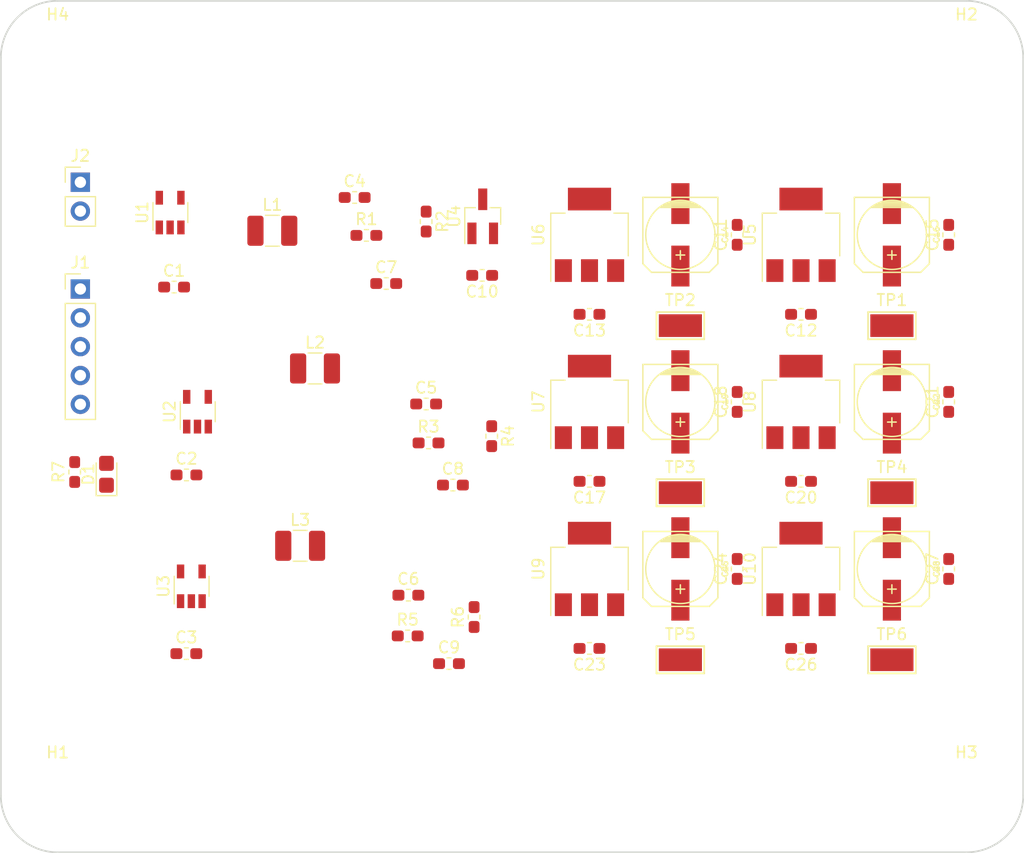
<source format=kicad_pcb>
(kicad_pcb (version 20171130) (host pcbnew 5.0.2-bee76a0~70~ubuntu18.04.1)

  (general
    (thickness 1.6)
    (drawings 8)
    (tracks 0)
    (zones 0)
    (modules 61)
    (nets 20)
  )

  (page A4)
  (layers
    (0 F.Cu signal)
    (31 B.Cu signal)
    (32 B.Adhes user)
    (33 F.Adhes user)
    (34 B.Paste user)
    (35 F.Paste user)
    (36 B.SilkS user)
    (37 F.SilkS user)
    (38 B.Mask user)
    (39 F.Mask user)
    (40 Dwgs.User user)
    (41 Cmts.User user)
    (42 Eco1.User user)
    (43 Eco2.User user)
    (44 Edge.Cuts user)
    (45 Margin user)
    (46 B.CrtYd user)
    (47 F.CrtYd user)
    (48 B.Fab user)
    (49 F.Fab user)
  )

  (setup
    (last_trace_width 0.5)
    (trace_clearance 0.5)
    (zone_clearance 0.508)
    (zone_45_only no)
    (trace_min 0.2)
    (segment_width 0.2)
    (edge_width 0.15)
    (via_size 1.5)
    (via_drill 0.4)
    (via_min_size 0.4)
    (via_min_drill 0.3)
    (uvia_size 0.3)
    (uvia_drill 0.1)
    (uvias_allowed no)
    (uvia_min_size 0.2)
    (uvia_min_drill 0.1)
    (pcb_text_width 0.3)
    (pcb_text_size 1.5 1.5)
    (mod_edge_width 0.15)
    (mod_text_size 1 1)
    (mod_text_width 0.15)
    (pad_size 1.524 1.524)
    (pad_drill 0.762)
    (pad_to_mask_clearance 0.051)
    (solder_mask_min_width 0.25)
    (aux_axis_origin 0 0)
    (visible_elements FFFFFF7F)
    (pcbplotparams
      (layerselection 0x010fc_ffffffff)
      (usegerberextensions false)
      (usegerberattributes false)
      (usegerberadvancedattributes false)
      (creategerberjobfile false)
      (excludeedgelayer true)
      (linewidth 0.100000)
      (plotframeref false)
      (viasonmask false)
      (mode 1)
      (useauxorigin false)
      (hpglpennumber 1)
      (hpglpenspeed 20)
      (hpglpendiameter 15.000000)
      (psnegative false)
      (psa4output false)
      (plotreference true)
      (plotvalue true)
      (plotinvisibletext false)
      (padsonsilk false)
      (subtractmaskfromsilk false)
      (outputformat 1)
      (mirror false)
      (drillshape 1)
      (scaleselection 1)
      (outputdirectory ""))
  )

  (net 0 "")
  (net 1 +1V8)
  (net 2 "Net-(L2-Pad1)")
  (net 3 "Net-(L3-Pad1)")
  (net 4 +3V3)
  (net 5 +1V2)
  (net 6 "Net-(L1-Pad1)")
  (net 7 "Net-(D1-Pad2)")
  (net 8 GND)
  (net 9 "Net-(C6-Pad2)")
  (net 10 "Net-(C5-Pad2)")
  (net 11 "Net-(C4-Pad2)")
  (net 12 +5V)
  (net 13 +3V0)
  (net 14 "Net-(C18-Pad1)")
  (net 15 "Net-(C27-Pad1)")
  (net 16 "Net-(C24-Pad1)")
  (net 17 "Net-(C21-Pad1)")
  (net 18 "Net-(C15-Pad1)")
  (net 19 "Net-(C11-Pad1)")

  (net_class Default "This is the default net class."
    (clearance 0.5)
    (trace_width 0.5)
    (via_dia 1.5)
    (via_drill 0.4)
    (uvia_dia 0.3)
    (uvia_drill 0.1)
    (add_net "Net-(C11-Pad1)")
    (add_net "Net-(C15-Pad1)")
    (add_net "Net-(C18-Pad1)")
    (add_net "Net-(C21-Pad1)")
    (add_net "Net-(C24-Pad1)")
    (add_net "Net-(C27-Pad1)")
    (add_net "Net-(C4-Pad2)")
    (add_net "Net-(C5-Pad2)")
    (add_net "Net-(C6-Pad2)")
    (add_net "Net-(D1-Pad2)")
    (add_net "Net-(L1-Pad1)")
    (add_net "Net-(L2-Pad1)")
    (add_net "Net-(L3-Pad1)")
  )

  (net_class GND ""
    (clearance 0.5)
    (trace_width 1)
    (via_dia 1.5)
    (via_drill 0.4)
    (uvia_dia 0.3)
    (uvia_drill 0.1)
    (add_net GND)
  )

  (net_class PWR ""
    (clearance 0.5)
    (trace_width 0.75)
    (via_dia 1.5)
    (via_drill 0.4)
    (uvia_dia 0.3)
    (uvia_drill 0.1)
    (add_net +1V2)
    (add_net +1V8)
    (add_net +3V0)
    (add_net +3V3)
    (add_net +5V)
  )

  (module Capacitor_SMD:C_0603_1608Metric_Pad1.05x0.95mm_HandSolder (layer F.Cu) (tedit 5B301BBE) (tstamp 5C0444BD)
    (at 64.82 35.325 90)
    (descr "Capacitor SMD 0603 (1608 Metric), square (rectangular) end terminal, IPC_7351 nominal with elongated pad for handsoldering. (Body size source: http://www.tortai-tech.com/upload/download/2011102023233369053.pdf), generated with kicad-footprint-generator")
    (tags "capacitor handsolder")
    (path /5C0A3634)
    (attr smd)
    (fp_text reference C18 (at 0 -1.43 90) (layer F.SilkS)
      (effects (font (size 1 1) (thickness 0.15)))
    )
    (fp_text value C104,0603 (at 0 1.43 90) (layer F.Fab)
      (effects (font (size 1 1) (thickness 0.15)))
    )
    (fp_line (start -0.8 0.4) (end -0.8 -0.4) (layer F.Fab) (width 0.1))
    (fp_line (start -0.8 -0.4) (end 0.8 -0.4) (layer F.Fab) (width 0.1))
    (fp_line (start 0.8 -0.4) (end 0.8 0.4) (layer F.Fab) (width 0.1))
    (fp_line (start 0.8 0.4) (end -0.8 0.4) (layer F.Fab) (width 0.1))
    (fp_line (start -0.171267 -0.51) (end 0.171267 -0.51) (layer F.SilkS) (width 0.12))
    (fp_line (start -0.171267 0.51) (end 0.171267 0.51) (layer F.SilkS) (width 0.12))
    (fp_line (start -1.65 0.73) (end -1.65 -0.73) (layer F.CrtYd) (width 0.05))
    (fp_line (start -1.65 -0.73) (end 1.65 -0.73) (layer F.CrtYd) (width 0.05))
    (fp_line (start 1.65 -0.73) (end 1.65 0.73) (layer F.CrtYd) (width 0.05))
    (fp_line (start 1.65 0.73) (end -1.65 0.73) (layer F.CrtYd) (width 0.05))
    (fp_text user %R (at 0 0 90) (layer F.Fab)
      (effects (font (size 0.4 0.4) (thickness 0.06)))
    )
    (pad 1 smd roundrect (at -0.875 0 90) (size 1.05 0.95) (layers F.Cu F.Paste F.Mask) (roundrect_rratio 0.25)
      (net 14 "Net-(C18-Pad1)"))
    (pad 2 smd roundrect (at 0.875 0 90) (size 1.05 0.95) (layers F.Cu F.Paste F.Mask) (roundrect_rratio 0.25)
      (net 8 GND))
    (model ${KISYS3DMOD}/Capacitor_SMD.3dshapes/C_0603_1608Metric.wrl
      (at (xyz 0 0 0))
      (scale (xyz 1 1 1))
      (rotate (xyz 0 0 0))
    )
  )

  (module Capacitor_SMD:C_0603_1608Metric_Pad1.05x0.95mm_HandSolder (layer F.Cu) (tedit 5B301BBE) (tstamp 5C0443ED)
    (at 70.44 42.325 180)
    (descr "Capacitor SMD 0603 (1608 Metric), square (rectangular) end terminal, IPC_7351 nominal with elongated pad for handsoldering. (Body size source: http://www.tortai-tech.com/upload/download/2011102023233369053.pdf), generated with kicad-footprint-generator")
    (tags "capacitor handsolder")
    (path /5C0AD78E)
    (attr smd)
    (fp_text reference C20 (at 0 -1.43 180) (layer F.SilkS)
      (effects (font (size 1 1) (thickness 0.15)))
    )
    (fp_text value C104,0603 (at 0 1.43 180) (layer F.Fab)
      (effects (font (size 1 1) (thickness 0.15)))
    )
    (fp_text user %R (at 0 0 180) (layer F.Fab)
      (effects (font (size 0.4 0.4) (thickness 0.06)))
    )
    (fp_line (start 1.65 0.73) (end -1.65 0.73) (layer F.CrtYd) (width 0.05))
    (fp_line (start 1.65 -0.73) (end 1.65 0.73) (layer F.CrtYd) (width 0.05))
    (fp_line (start -1.65 -0.73) (end 1.65 -0.73) (layer F.CrtYd) (width 0.05))
    (fp_line (start -1.65 0.73) (end -1.65 -0.73) (layer F.CrtYd) (width 0.05))
    (fp_line (start -0.171267 0.51) (end 0.171267 0.51) (layer F.SilkS) (width 0.12))
    (fp_line (start -0.171267 -0.51) (end 0.171267 -0.51) (layer F.SilkS) (width 0.12))
    (fp_line (start 0.8 0.4) (end -0.8 0.4) (layer F.Fab) (width 0.1))
    (fp_line (start 0.8 -0.4) (end 0.8 0.4) (layer F.Fab) (width 0.1))
    (fp_line (start -0.8 -0.4) (end 0.8 -0.4) (layer F.Fab) (width 0.1))
    (fp_line (start -0.8 0.4) (end -0.8 -0.4) (layer F.Fab) (width 0.1))
    (pad 2 smd roundrect (at 0.875 0 180) (size 1.05 0.95) (layers F.Cu F.Paste F.Mask) (roundrect_rratio 0.25)
      (net 8 GND))
    (pad 1 smd roundrect (at -0.875 0 180) (size 1.05 0.95) (layers F.Cu F.Paste F.Mask) (roundrect_rratio 0.25)
      (net 12 +5V))
    (model ${KISYS3DMOD}/Capacitor_SMD.3dshapes/C_0603_1608Metric.wrl
      (at (xyz 0 0 0))
      (scale (xyz 1 1 1))
      (rotate (xyz 0 0 0))
    )
  )

  (module Capacitor_SMD:C_0603_1608Metric_Pad1.05x0.95mm_HandSolder (layer F.Cu) (tedit 5B301BBE) (tstamp 5C04435D)
    (at 70.44 27.61 180)
    (descr "Capacitor SMD 0603 (1608 Metric), square (rectangular) end terminal, IPC_7351 nominal with elongated pad for handsoldering. (Body size source: http://www.tortai-tech.com/upload/download/2011102023233369053.pdf), generated with kicad-footprint-generator")
    (tags "capacitor handsolder")
    (path /5C0AD74D)
    (attr smd)
    (fp_text reference C12 (at 0 -1.43 180) (layer F.SilkS)
      (effects (font (size 1 1) (thickness 0.15)))
    )
    (fp_text value C104,0603 (at 0 1.43 180) (layer F.Fab)
      (effects (font (size 1 1) (thickness 0.15)))
    )
    (fp_line (start -0.8 0.4) (end -0.8 -0.4) (layer F.Fab) (width 0.1))
    (fp_line (start -0.8 -0.4) (end 0.8 -0.4) (layer F.Fab) (width 0.1))
    (fp_line (start 0.8 -0.4) (end 0.8 0.4) (layer F.Fab) (width 0.1))
    (fp_line (start 0.8 0.4) (end -0.8 0.4) (layer F.Fab) (width 0.1))
    (fp_line (start -0.171267 -0.51) (end 0.171267 -0.51) (layer F.SilkS) (width 0.12))
    (fp_line (start -0.171267 0.51) (end 0.171267 0.51) (layer F.SilkS) (width 0.12))
    (fp_line (start -1.65 0.73) (end -1.65 -0.73) (layer F.CrtYd) (width 0.05))
    (fp_line (start -1.65 -0.73) (end 1.65 -0.73) (layer F.CrtYd) (width 0.05))
    (fp_line (start 1.65 -0.73) (end 1.65 0.73) (layer F.CrtYd) (width 0.05))
    (fp_line (start 1.65 0.73) (end -1.65 0.73) (layer F.CrtYd) (width 0.05))
    (fp_text user %R (at 0 0 180) (layer F.Fab)
      (effects (font (size 0.4 0.4) (thickness 0.06)))
    )
    (pad 1 smd roundrect (at -0.875 0 180) (size 1.05 0.95) (layers F.Cu F.Paste F.Mask) (roundrect_rratio 0.25)
      (net 12 +5V))
    (pad 2 smd roundrect (at 0.875 0 180) (size 1.05 0.95) (layers F.Cu F.Paste F.Mask) (roundrect_rratio 0.25)
      (net 8 GND))
    (model ${KISYS3DMOD}/Capacitor_SMD.3dshapes/C_0603_1608Metric.wrl
      (at (xyz 0 0 0))
      (scale (xyz 1 1 1))
      (rotate (xyz 0 0 0))
    )
  )

  (module Inductor_SMD:L_1210_3225Metric_Pad1.42x2.65mm_HandSolder (layer F.Cu) (tedit 5B301BBE) (tstamp 5C175EEB)
    (at 26.3475 48)
    (descr "Capacitor SMD 1210 (3225 Metric), square (rectangular) end terminal, IPC_7351 nominal with elongated pad for handsoldering. (Body size source: http://www.tortai-tech.com/upload/download/2011102023233369053.pdf), generated with kicad-footprint-generator")
    (tags "inductor handsolder")
    (path /5C0655CA)
    (attr smd)
    (fp_text reference L3 (at 0 -2.28) (layer F.SilkS)
      (effects (font (size 1 1) (thickness 0.15)))
    )
    (fp_text value L_2.2uH,1210 (at 0 2.28) (layer F.Fab)
      (effects (font (size 1 1) (thickness 0.15)))
    )
    (fp_line (start -1.6 1.25) (end -1.6 -1.25) (layer F.Fab) (width 0.1))
    (fp_line (start -1.6 -1.25) (end 1.6 -1.25) (layer F.Fab) (width 0.1))
    (fp_line (start 1.6 -1.25) (end 1.6 1.25) (layer F.Fab) (width 0.1))
    (fp_line (start 1.6 1.25) (end -1.6 1.25) (layer F.Fab) (width 0.1))
    (fp_line (start -0.602064 -1.36) (end 0.602064 -1.36) (layer F.SilkS) (width 0.12))
    (fp_line (start -0.602064 1.36) (end 0.602064 1.36) (layer F.SilkS) (width 0.12))
    (fp_line (start -2.45 1.58) (end -2.45 -1.58) (layer F.CrtYd) (width 0.05))
    (fp_line (start -2.45 -1.58) (end 2.45 -1.58) (layer F.CrtYd) (width 0.05))
    (fp_line (start 2.45 -1.58) (end 2.45 1.58) (layer F.CrtYd) (width 0.05))
    (fp_line (start 2.45 1.58) (end -2.45 1.58) (layer F.CrtYd) (width 0.05))
    (fp_text user %R (at 0 0) (layer F.Fab)
      (effects (font (size 0.8 0.8) (thickness 0.12)))
    )
    (pad 1 smd roundrect (at -1.4875 0) (size 1.425 2.65) (layers F.Cu F.Paste F.Mask) (roundrect_rratio 0.175439)
      (net 3 "Net-(L3-Pad1)"))
    (pad 2 smd roundrect (at 1.4875 0) (size 1.425 2.65) (layers F.Cu F.Paste F.Mask) (roundrect_rratio 0.175439)
      (net 4 +3V3))
    (model ${KISYS3DMOD}/Inductor_SMD.3dshapes/L_1210_3225Metric.wrl
      (at (xyz 0 0 0))
      (scale (xyz 1 1 1))
      (rotate (xyz 0 0 0))
    )
  )

  (module Inductor_SMD:L_1210_3225Metric_Pad1.42x2.65mm_HandSolder (layer F.Cu) (tedit 5B301BBE) (tstamp 5C175EDB)
    (at 27.6575 32.38)
    (descr "Capacitor SMD 1210 (3225 Metric), square (rectangular) end terminal, IPC_7351 nominal with elongated pad for handsoldering. (Body size source: http://www.tortai-tech.com/upload/download/2011102023233369053.pdf), generated with kicad-footprint-generator")
    (tags "inductor handsolder")
    (path /5C0652FE)
    (attr smd)
    (fp_text reference L2 (at 0 -2.28) (layer F.SilkS)
      (effects (font (size 1 1) (thickness 0.15)))
    )
    (fp_text value L_2.2uH,1210 (at 0 2.28) (layer F.Fab)
      (effects (font (size 1 1) (thickness 0.15)))
    )
    (fp_text user %R (at 0 0) (layer F.Fab)
      (effects (font (size 0.8 0.8) (thickness 0.12)))
    )
    (fp_line (start 2.45 1.58) (end -2.45 1.58) (layer F.CrtYd) (width 0.05))
    (fp_line (start 2.45 -1.58) (end 2.45 1.58) (layer F.CrtYd) (width 0.05))
    (fp_line (start -2.45 -1.58) (end 2.45 -1.58) (layer F.CrtYd) (width 0.05))
    (fp_line (start -2.45 1.58) (end -2.45 -1.58) (layer F.CrtYd) (width 0.05))
    (fp_line (start -0.602064 1.36) (end 0.602064 1.36) (layer F.SilkS) (width 0.12))
    (fp_line (start -0.602064 -1.36) (end 0.602064 -1.36) (layer F.SilkS) (width 0.12))
    (fp_line (start 1.6 1.25) (end -1.6 1.25) (layer F.Fab) (width 0.1))
    (fp_line (start 1.6 -1.25) (end 1.6 1.25) (layer F.Fab) (width 0.1))
    (fp_line (start -1.6 -1.25) (end 1.6 -1.25) (layer F.Fab) (width 0.1))
    (fp_line (start -1.6 1.25) (end -1.6 -1.25) (layer F.Fab) (width 0.1))
    (pad 2 smd roundrect (at 1.4875 0) (size 1.425 2.65) (layers F.Cu F.Paste F.Mask) (roundrect_rratio 0.175439)
      (net 1 +1V8))
    (pad 1 smd roundrect (at -1.4875 0) (size 1.425 2.65) (layers F.Cu F.Paste F.Mask) (roundrect_rratio 0.175439)
      (net 2 "Net-(L2-Pad1)"))
    (model ${KISYS3DMOD}/Inductor_SMD.3dshapes/L_1210_3225Metric.wrl
      (at (xyz 0 0 0))
      (scale (xyz 1 1 1))
      (rotate (xyz 0 0 0))
    )
  )

  (module Inductor_SMD:L_1210_3225Metric_Pad1.42x2.65mm_HandSolder (layer F.Cu) (tedit 5B301BBE) (tstamp 5C175ECB)
    (at 23.9 20.25)
    (descr "Capacitor SMD 1210 (3225 Metric), square (rectangular) end terminal, IPC_7351 nominal with elongated pad for handsoldering. (Body size source: http://www.tortai-tech.com/upload/download/2011102023233369053.pdf), generated with kicad-footprint-generator")
    (tags "inductor handsolder")
    (path /5C0651A2)
    (attr smd)
    (fp_text reference L1 (at 0 -2.28) (layer F.SilkS)
      (effects (font (size 1 1) (thickness 0.15)))
    )
    (fp_text value L_2.2uH,1210 (at 0 2.28) (layer F.Fab)
      (effects (font (size 1 1) (thickness 0.15)))
    )
    (fp_line (start -1.6 1.25) (end -1.6 -1.25) (layer F.Fab) (width 0.1))
    (fp_line (start -1.6 -1.25) (end 1.6 -1.25) (layer F.Fab) (width 0.1))
    (fp_line (start 1.6 -1.25) (end 1.6 1.25) (layer F.Fab) (width 0.1))
    (fp_line (start 1.6 1.25) (end -1.6 1.25) (layer F.Fab) (width 0.1))
    (fp_line (start -0.602064 -1.36) (end 0.602064 -1.36) (layer F.SilkS) (width 0.12))
    (fp_line (start -0.602064 1.36) (end 0.602064 1.36) (layer F.SilkS) (width 0.12))
    (fp_line (start -2.45 1.58) (end -2.45 -1.58) (layer F.CrtYd) (width 0.05))
    (fp_line (start -2.45 -1.58) (end 2.45 -1.58) (layer F.CrtYd) (width 0.05))
    (fp_line (start 2.45 -1.58) (end 2.45 1.58) (layer F.CrtYd) (width 0.05))
    (fp_line (start 2.45 1.58) (end -2.45 1.58) (layer F.CrtYd) (width 0.05))
    (fp_text user %R (at 0 0) (layer F.Fab)
      (effects (font (size 0.8 0.8) (thickness 0.12)))
    )
    (pad 1 smd roundrect (at -1.4875 0) (size 1.425 2.65) (layers F.Cu F.Paste F.Mask) (roundrect_rratio 0.175439)
      (net 6 "Net-(L1-Pad1)"))
    (pad 2 smd roundrect (at 1.4875 0) (size 1.425 2.65) (layers F.Cu F.Paste F.Mask) (roundrect_rratio 0.175439)
      (net 5 +1V2))
    (model ${KISYS3DMOD}/Inductor_SMD.3dshapes/L_1210_3225Metric.wrl
      (at (xyz 0 0 0))
      (scale (xyz 1 1 1))
      (rotate (xyz 0 0 0))
    )
  )

  (module w_smd_cap:c_elec_6.3x7.7 (layer F.Cu) (tedit 0) (tstamp 5C10D298)
    (at 59.82 20.61 270)
    (descr "SMT capacitor, aluminium electrolytic, 6.3x7.7")
    (path /5C04F10F)
    (fp_text reference C14 (at 0 -3.937 270) (layer F.SilkS)
      (effects (font (size 0.50038 0.50038) (thickness 0.11938)))
    )
    (fp_text value CP47uf,50V (at 0 3.81 270) (layer F.SilkS) hide
      (effects (font (size 0.50038 0.50038) (thickness 0.11938)))
    )
    (fp_line (start 1.778 -0.381) (end 1.778 0.381) (layer F.SilkS) (width 0.127))
    (fp_line (start 2.159 0) (end 1.397 0) (layer F.SilkS) (width 0.127))
    (fp_line (start 2.54 -3.302) (end -3.302 -3.302) (layer F.SilkS) (width 0.127))
    (fp_line (start 3.302 -2.54) (end 2.54 -3.302) (layer F.SilkS) (width 0.127))
    (fp_line (start 3.302 2.54) (end 3.302 -2.54) (layer F.SilkS) (width 0.127))
    (fp_line (start 2.54 3.302) (end 3.302 2.54) (layer F.SilkS) (width 0.127))
    (fp_line (start -3.302 3.302) (end 2.54 3.302) (layer F.SilkS) (width 0.127))
    (fp_line (start -3.302 -3.302) (end -3.302 3.302) (layer F.SilkS) (width 0.127))
    (fp_circle (center 0 0) (end -3.048 0) (layer F.SilkS) (width 0.127))
    (fp_line (start -2.413 -1.778) (end -2.413 1.778) (layer F.SilkS) (width 0.127))
    (fp_line (start -2.54 1.651) (end -2.54 -1.651) (layer F.SilkS) (width 0.127))
    (fp_line (start -2.667 -1.397) (end -2.667 1.397) (layer F.SilkS) (width 0.127))
    (fp_line (start -2.794 1.143) (end -2.794 -1.143) (layer F.SilkS) (width 0.127))
    (fp_line (start -2.921 -0.762) (end -2.921 0.762) (layer F.SilkS) (width 0.127))
    (pad 2 smd rect (at -2.75082 0 270) (size 3.59918 1.6002) (layers F.Cu F.Paste F.Mask)
      (net 8 GND))
    (pad 1 smd rect (at 2.75082 0 270) (size 3.59918 1.6002) (layers F.Cu F.Paste F.Mask)
      (net 19 "Net-(C11-Pad1)"))
    (model ${HOME}/_workspace/kicad/kicad_library/smisioto-footprints/modules/packages3d/walter/smd_cap/c_elec_6_3x7_7.wrl
      (at (xyz 0 0 0))
      (scale (xyz 1 1 1))
      (rotate (xyz 0 0 0))
    )
  )

  (module w_smd_cap:c_elec_6.3x7.7 (layer F.Cu) (tedit 0) (tstamp 5C10D285)
    (at 78.44 20.61 270)
    (descr "SMT capacitor, aluminium electrolytic, 6.3x7.7")
    (path /5C04F461)
    (fp_text reference C16 (at 0 -3.937 270) (layer F.SilkS)
      (effects (font (size 0.50038 0.50038) (thickness 0.11938)))
    )
    (fp_text value CP47uf,50V (at 0 3.81 270) (layer F.SilkS) hide
      (effects (font (size 0.50038 0.50038) (thickness 0.11938)))
    )
    (fp_line (start -2.921 -0.762) (end -2.921 0.762) (layer F.SilkS) (width 0.127))
    (fp_line (start -2.794 1.143) (end -2.794 -1.143) (layer F.SilkS) (width 0.127))
    (fp_line (start -2.667 -1.397) (end -2.667 1.397) (layer F.SilkS) (width 0.127))
    (fp_line (start -2.54 1.651) (end -2.54 -1.651) (layer F.SilkS) (width 0.127))
    (fp_line (start -2.413 -1.778) (end -2.413 1.778) (layer F.SilkS) (width 0.127))
    (fp_circle (center 0 0) (end -3.048 0) (layer F.SilkS) (width 0.127))
    (fp_line (start -3.302 -3.302) (end -3.302 3.302) (layer F.SilkS) (width 0.127))
    (fp_line (start -3.302 3.302) (end 2.54 3.302) (layer F.SilkS) (width 0.127))
    (fp_line (start 2.54 3.302) (end 3.302 2.54) (layer F.SilkS) (width 0.127))
    (fp_line (start 3.302 2.54) (end 3.302 -2.54) (layer F.SilkS) (width 0.127))
    (fp_line (start 3.302 -2.54) (end 2.54 -3.302) (layer F.SilkS) (width 0.127))
    (fp_line (start 2.54 -3.302) (end -3.302 -3.302) (layer F.SilkS) (width 0.127))
    (fp_line (start 2.159 0) (end 1.397 0) (layer F.SilkS) (width 0.127))
    (fp_line (start 1.778 -0.381) (end 1.778 0.381) (layer F.SilkS) (width 0.127))
    (pad 1 smd rect (at 2.75082 0 270) (size 3.59918 1.6002) (layers F.Cu F.Paste F.Mask)
      (net 18 "Net-(C15-Pad1)"))
    (pad 2 smd rect (at -2.75082 0 270) (size 3.59918 1.6002) (layers F.Cu F.Paste F.Mask)
      (net 8 GND))
    (model ${HOME}/_workspace/kicad/kicad_library/smisioto-footprints/modules/packages3d/walter/smd_cap/c_elec_6_3x7_7.wrl
      (at (xyz 0 0 0))
      (scale (xyz 1 1 1))
      (rotate (xyz 0 0 0))
    )
  )

  (module w_smd_cap:c_elec_6.3x7.7 (layer F.Cu) (tedit 0) (tstamp 5C10D272)
    (at 78.44 35.325 270)
    (descr "SMT capacitor, aluminium electrolytic, 6.3x7.7")
    (path /5C062F52)
    (fp_text reference C22 (at 0 -3.937 270) (layer F.SilkS)
      (effects (font (size 0.50038 0.50038) (thickness 0.11938)))
    )
    (fp_text value CP47uf,50V (at 0 3.81 270) (layer F.SilkS) hide
      (effects (font (size 0.50038 0.50038) (thickness 0.11938)))
    )
    (fp_line (start 1.778 -0.381) (end 1.778 0.381) (layer F.SilkS) (width 0.127))
    (fp_line (start 2.159 0) (end 1.397 0) (layer F.SilkS) (width 0.127))
    (fp_line (start 2.54 -3.302) (end -3.302 -3.302) (layer F.SilkS) (width 0.127))
    (fp_line (start 3.302 -2.54) (end 2.54 -3.302) (layer F.SilkS) (width 0.127))
    (fp_line (start 3.302 2.54) (end 3.302 -2.54) (layer F.SilkS) (width 0.127))
    (fp_line (start 2.54 3.302) (end 3.302 2.54) (layer F.SilkS) (width 0.127))
    (fp_line (start -3.302 3.302) (end 2.54 3.302) (layer F.SilkS) (width 0.127))
    (fp_line (start -3.302 -3.302) (end -3.302 3.302) (layer F.SilkS) (width 0.127))
    (fp_circle (center 0 0) (end -3.048 0) (layer F.SilkS) (width 0.127))
    (fp_line (start -2.413 -1.778) (end -2.413 1.778) (layer F.SilkS) (width 0.127))
    (fp_line (start -2.54 1.651) (end -2.54 -1.651) (layer F.SilkS) (width 0.127))
    (fp_line (start -2.667 -1.397) (end -2.667 1.397) (layer F.SilkS) (width 0.127))
    (fp_line (start -2.794 1.143) (end -2.794 -1.143) (layer F.SilkS) (width 0.127))
    (fp_line (start -2.921 -0.762) (end -2.921 0.762) (layer F.SilkS) (width 0.127))
    (pad 2 smd rect (at -2.75082 0 270) (size 3.59918 1.6002) (layers F.Cu F.Paste F.Mask)
      (net 8 GND))
    (pad 1 smd rect (at 2.75082 0 270) (size 3.59918 1.6002) (layers F.Cu F.Paste F.Mask)
      (net 17 "Net-(C21-Pad1)"))
    (model ${HOME}/_workspace/kicad/kicad_library/smisioto-footprints/modules/packages3d/walter/smd_cap/c_elec_6_3x7_7.wrl
      (at (xyz 0 0 0))
      (scale (xyz 1 1 1))
      (rotate (xyz 0 0 0))
    )
  )

  (module w_smd_cap:c_elec_6.3x7.7 (layer F.Cu) (tedit 0) (tstamp 5C10D25F)
    (at 59.82 50.04 270)
    (descr "SMT capacitor, aluminium electrolytic, 6.3x7.7")
    (path /5C063012)
    (fp_text reference C25 (at 0 -3.937 270) (layer F.SilkS)
      (effects (font (size 0.50038 0.50038) (thickness 0.11938)))
    )
    (fp_text value CP47uf,50V (at 0 3.81 270) (layer F.SilkS) hide
      (effects (font (size 0.50038 0.50038) (thickness 0.11938)))
    )
    (fp_line (start -2.921 -0.762) (end -2.921 0.762) (layer F.SilkS) (width 0.127))
    (fp_line (start -2.794 1.143) (end -2.794 -1.143) (layer F.SilkS) (width 0.127))
    (fp_line (start -2.667 -1.397) (end -2.667 1.397) (layer F.SilkS) (width 0.127))
    (fp_line (start -2.54 1.651) (end -2.54 -1.651) (layer F.SilkS) (width 0.127))
    (fp_line (start -2.413 -1.778) (end -2.413 1.778) (layer F.SilkS) (width 0.127))
    (fp_circle (center 0 0) (end -3.048 0) (layer F.SilkS) (width 0.127))
    (fp_line (start -3.302 -3.302) (end -3.302 3.302) (layer F.SilkS) (width 0.127))
    (fp_line (start -3.302 3.302) (end 2.54 3.302) (layer F.SilkS) (width 0.127))
    (fp_line (start 2.54 3.302) (end 3.302 2.54) (layer F.SilkS) (width 0.127))
    (fp_line (start 3.302 2.54) (end 3.302 -2.54) (layer F.SilkS) (width 0.127))
    (fp_line (start 3.302 -2.54) (end 2.54 -3.302) (layer F.SilkS) (width 0.127))
    (fp_line (start 2.54 -3.302) (end -3.302 -3.302) (layer F.SilkS) (width 0.127))
    (fp_line (start 2.159 0) (end 1.397 0) (layer F.SilkS) (width 0.127))
    (fp_line (start 1.778 -0.381) (end 1.778 0.381) (layer F.SilkS) (width 0.127))
    (pad 1 smd rect (at 2.75082 0 270) (size 3.59918 1.6002) (layers F.Cu F.Paste F.Mask)
      (net 16 "Net-(C24-Pad1)"))
    (pad 2 smd rect (at -2.75082 0 270) (size 3.59918 1.6002) (layers F.Cu F.Paste F.Mask)
      (net 8 GND))
    (model ${HOME}/_workspace/kicad/kicad_library/smisioto-footprints/modules/packages3d/walter/smd_cap/c_elec_6_3x7_7.wrl
      (at (xyz 0 0 0))
      (scale (xyz 1 1 1))
      (rotate (xyz 0 0 0))
    )
  )

  (module w_smd_cap:c_elec_6.3x7.7 (layer F.Cu) (tedit 0) (tstamp 5C10D24C)
    (at 78.44 50.04 270)
    (descr "SMT capacitor, aluminium electrolytic, 6.3x7.7")
    (path /5C0630F4)
    (fp_text reference C28 (at 0 -3.937 270) (layer F.SilkS)
      (effects (font (size 0.50038 0.50038) (thickness 0.11938)))
    )
    (fp_text value CP47uf,50V (at 0 3.81 270) (layer F.SilkS) hide
      (effects (font (size 0.50038 0.50038) (thickness 0.11938)))
    )
    (fp_line (start 1.778 -0.381) (end 1.778 0.381) (layer F.SilkS) (width 0.127))
    (fp_line (start 2.159 0) (end 1.397 0) (layer F.SilkS) (width 0.127))
    (fp_line (start 2.54 -3.302) (end -3.302 -3.302) (layer F.SilkS) (width 0.127))
    (fp_line (start 3.302 -2.54) (end 2.54 -3.302) (layer F.SilkS) (width 0.127))
    (fp_line (start 3.302 2.54) (end 3.302 -2.54) (layer F.SilkS) (width 0.127))
    (fp_line (start 2.54 3.302) (end 3.302 2.54) (layer F.SilkS) (width 0.127))
    (fp_line (start -3.302 3.302) (end 2.54 3.302) (layer F.SilkS) (width 0.127))
    (fp_line (start -3.302 -3.302) (end -3.302 3.302) (layer F.SilkS) (width 0.127))
    (fp_circle (center 0 0) (end -3.048 0) (layer F.SilkS) (width 0.127))
    (fp_line (start -2.413 -1.778) (end -2.413 1.778) (layer F.SilkS) (width 0.127))
    (fp_line (start -2.54 1.651) (end -2.54 -1.651) (layer F.SilkS) (width 0.127))
    (fp_line (start -2.667 -1.397) (end -2.667 1.397) (layer F.SilkS) (width 0.127))
    (fp_line (start -2.794 1.143) (end -2.794 -1.143) (layer F.SilkS) (width 0.127))
    (fp_line (start -2.921 -0.762) (end -2.921 0.762) (layer F.SilkS) (width 0.127))
    (pad 2 smd rect (at -2.75082 0 270) (size 3.59918 1.6002) (layers F.Cu F.Paste F.Mask)
      (net 8 GND))
    (pad 1 smd rect (at 2.75082 0 270) (size 3.59918 1.6002) (layers F.Cu F.Paste F.Mask)
      (net 15 "Net-(C27-Pad1)"))
    (model ${HOME}/_workspace/kicad/kicad_library/smisioto-footprints/modules/packages3d/walter/smd_cap/c_elec_6_3x7_7.wrl
      (at (xyz 0 0 0))
      (scale (xyz 1 1 1))
      (rotate (xyz 0 0 0))
    )
  )

  (module w_smd_cap:c_elec_6.3x7.7 (layer F.Cu) (tedit 0) (tstamp 5C10D239)
    (at 59.82 35.325 270)
    (descr "SMT capacitor, aluminium electrolytic, 6.3x7.7")
    (path /5C062EA4)
    (fp_text reference C19 (at 0 -3.937 270) (layer F.SilkS)
      (effects (font (size 0.50038 0.50038) (thickness 0.11938)))
    )
    (fp_text value CP47uf,50V (at 0 3.81 270) (layer F.SilkS) hide
      (effects (font (size 0.50038 0.50038) (thickness 0.11938)))
    )
    (fp_line (start -2.921 -0.762) (end -2.921 0.762) (layer F.SilkS) (width 0.127))
    (fp_line (start -2.794 1.143) (end -2.794 -1.143) (layer F.SilkS) (width 0.127))
    (fp_line (start -2.667 -1.397) (end -2.667 1.397) (layer F.SilkS) (width 0.127))
    (fp_line (start -2.54 1.651) (end -2.54 -1.651) (layer F.SilkS) (width 0.127))
    (fp_line (start -2.413 -1.778) (end -2.413 1.778) (layer F.SilkS) (width 0.127))
    (fp_circle (center 0 0) (end -3.048 0) (layer F.SilkS) (width 0.127))
    (fp_line (start -3.302 -3.302) (end -3.302 3.302) (layer F.SilkS) (width 0.127))
    (fp_line (start -3.302 3.302) (end 2.54 3.302) (layer F.SilkS) (width 0.127))
    (fp_line (start 2.54 3.302) (end 3.302 2.54) (layer F.SilkS) (width 0.127))
    (fp_line (start 3.302 2.54) (end 3.302 -2.54) (layer F.SilkS) (width 0.127))
    (fp_line (start 3.302 -2.54) (end 2.54 -3.302) (layer F.SilkS) (width 0.127))
    (fp_line (start 2.54 -3.302) (end -3.302 -3.302) (layer F.SilkS) (width 0.127))
    (fp_line (start 2.159 0) (end 1.397 0) (layer F.SilkS) (width 0.127))
    (fp_line (start 1.778 -0.381) (end 1.778 0.381) (layer F.SilkS) (width 0.127))
    (pad 1 smd rect (at 2.75082 0 270) (size 3.59918 1.6002) (layers F.Cu F.Paste F.Mask)
      (net 14 "Net-(C18-Pad1)"))
    (pad 2 smd rect (at -2.75082 0 270) (size 3.59918 1.6002) (layers F.Cu F.Paste F.Mask)
      (net 8 GND))
    (model ${HOME}/_workspace/kicad/kicad_library/smisioto-footprints/modules/packages3d/walter/smd_cap/c_elec_6_3x7_7.wrl
      (at (xyz 0 0 0))
      (scale (xyz 1 1 1))
      (rotate (xyz 0 0 0))
    )
  )

  (module LED_SMD:LED_0805_2012Metric_Castellated (layer F.Cu) (tedit 5B36C52C) (tstamp 5C177A6C)
    (at 9.3 41.7 90)
    (descr "LED SMD 0805 (2012 Metric), castellated end terminal, IPC_7351 nominal, (Body size source: https://docs.google.com/spreadsheets/d/1BsfQQcO9C6DZCsRaXUlFlo91Tg2WpOkGARC1WS5S8t0/edit?usp=sharing), generated with kicad-footprint-generator")
    (tags "LED castellated")
    (path /5C042628)
    (attr smd)
    (fp_text reference D1 (at 0 -1.6 90) (layer F.SilkS)
      (effects (font (size 1 1) (thickness 0.15)))
    )
    (fp_text value LED_ORANGE (at 0 1.6 90) (layer F.Fab)
      (effects (font (size 1 1) (thickness 0.15)))
    )
    (fp_line (start 1 -0.6) (end -0.7 -0.6) (layer F.Fab) (width 0.1))
    (fp_line (start -0.7 -0.6) (end -1 -0.3) (layer F.Fab) (width 0.1))
    (fp_line (start -1 -0.3) (end -1 0.6) (layer F.Fab) (width 0.1))
    (fp_line (start -1 0.6) (end 1 0.6) (layer F.Fab) (width 0.1))
    (fp_line (start 1 0.6) (end 1 -0.6) (layer F.Fab) (width 0.1))
    (fp_line (start 1 -0.91) (end -1.885 -0.91) (layer F.SilkS) (width 0.12))
    (fp_line (start -1.885 -0.91) (end -1.885 0.91) (layer F.SilkS) (width 0.12))
    (fp_line (start -1.885 0.91) (end 1 0.91) (layer F.SilkS) (width 0.12))
    (fp_line (start -1.88 0.9) (end -1.88 -0.9) (layer F.CrtYd) (width 0.05))
    (fp_line (start -1.88 -0.9) (end 1.88 -0.9) (layer F.CrtYd) (width 0.05))
    (fp_line (start 1.88 -0.9) (end 1.88 0.9) (layer F.CrtYd) (width 0.05))
    (fp_line (start 1.88 0.9) (end -1.88 0.9) (layer F.CrtYd) (width 0.05))
    (fp_text user %R (at 0 0 90) (layer F.Fab)
      (effects (font (size 0.5 0.5) (thickness 0.08)))
    )
    (pad 1 smd roundrect (at -0.9625 0 90) (size 1.325 1.3) (layers F.Cu F.Paste F.Mask) (roundrect_rratio 0.192308)
      (net 8 GND))
    (pad 2 smd roundrect (at 0.9625 0 90) (size 1.325 1.3) (layers F.Cu F.Paste F.Mask) (roundrect_rratio 0.192308)
      (net 7 "Net-(D1-Pad2)"))
    (model ${KISYS3DMOD}/LED_SMD.3dshapes/LED_0805_2012Metric_Castellated.wrl
      (at (xyz 0 0 0))
      (scale (xyz 1 1 1))
      (rotate (xyz 0 0 0))
    )
  )

  (module Capacitor_SMD:C_0603_1608Metric_Pad1.05x0.95mm_HandSolder (layer F.Cu) (tedit 5B301BBE) (tstamp 5C178D9D)
    (at 83.44 50.04 90)
    (descr "Capacitor SMD 0603 (1608 Metric), square (rectangular) end terminal, IPC_7351 nominal with elongated pad for handsoldering. (Body size source: http://www.tortai-tech.com/upload/download/2011102023233369053.pdf), generated with kicad-footprint-generator")
    (tags "capacitor handsolder")
    (path /5C0AD7FE)
    (attr smd)
    (fp_text reference C27 (at 0 -1.43 90) (layer F.SilkS)
      (effects (font (size 1 1) (thickness 0.15)))
    )
    (fp_text value C104,0603 (at 0 1.43 90) (layer F.Fab)
      (effects (font (size 1 1) (thickness 0.15)))
    )
    (fp_text user %R (at 0 0 90) (layer F.Fab)
      (effects (font (size 0.4 0.4) (thickness 0.06)))
    )
    (fp_line (start 1.65 0.73) (end -1.65 0.73) (layer F.CrtYd) (width 0.05))
    (fp_line (start 1.65 -0.73) (end 1.65 0.73) (layer F.CrtYd) (width 0.05))
    (fp_line (start -1.65 -0.73) (end 1.65 -0.73) (layer F.CrtYd) (width 0.05))
    (fp_line (start -1.65 0.73) (end -1.65 -0.73) (layer F.CrtYd) (width 0.05))
    (fp_line (start -0.171267 0.51) (end 0.171267 0.51) (layer F.SilkS) (width 0.12))
    (fp_line (start -0.171267 -0.51) (end 0.171267 -0.51) (layer F.SilkS) (width 0.12))
    (fp_line (start 0.8 0.4) (end -0.8 0.4) (layer F.Fab) (width 0.1))
    (fp_line (start 0.8 -0.4) (end 0.8 0.4) (layer F.Fab) (width 0.1))
    (fp_line (start -0.8 -0.4) (end 0.8 -0.4) (layer F.Fab) (width 0.1))
    (fp_line (start -0.8 0.4) (end -0.8 -0.4) (layer F.Fab) (width 0.1))
    (pad 2 smd roundrect (at 0.875 0 90) (size 1.05 0.95) (layers F.Cu F.Paste F.Mask) (roundrect_rratio 0.25)
      (net 8 GND))
    (pad 1 smd roundrect (at -0.875 0 90) (size 1.05 0.95) (layers F.Cu F.Paste F.Mask) (roundrect_rratio 0.25)
      (net 15 "Net-(C27-Pad1)"))
    (model ${KISYS3DMOD}/Capacitor_SMD.3dshapes/C_0603_1608Metric.wrl
      (at (xyz 0 0 0))
      (scale (xyz 1 1 1))
      (rotate (xyz 0 0 0))
    )
  )

  (module Capacitor_SMD:C_0603_1608Metric_Pad1.05x0.95mm_HandSolder (layer F.Cu) (tedit 5B301BBE) (tstamp 5C178ADC)
    (at 70.44 57.04 180)
    (descr "Capacitor SMD 0603 (1608 Metric), square (rectangular) end terminal, IPC_7351 nominal with elongated pad for handsoldering. (Body size source: http://www.tortai-tech.com/upload/download/2011102023233369053.pdf), generated with kicad-footprint-generator")
    (tags "capacitor handsolder")
    (path /5C0AD7CF)
    (attr smd)
    (fp_text reference C26 (at 0 -1.43 180) (layer F.SilkS)
      (effects (font (size 1 1) (thickness 0.15)))
    )
    (fp_text value C104,0603 (at 0 1.43 180) (layer F.Fab)
      (effects (font (size 1 1) (thickness 0.15)))
    )
    (fp_line (start -0.8 0.4) (end -0.8 -0.4) (layer F.Fab) (width 0.1))
    (fp_line (start -0.8 -0.4) (end 0.8 -0.4) (layer F.Fab) (width 0.1))
    (fp_line (start 0.8 -0.4) (end 0.8 0.4) (layer F.Fab) (width 0.1))
    (fp_line (start 0.8 0.4) (end -0.8 0.4) (layer F.Fab) (width 0.1))
    (fp_line (start -0.171267 -0.51) (end 0.171267 -0.51) (layer F.SilkS) (width 0.12))
    (fp_line (start -0.171267 0.51) (end 0.171267 0.51) (layer F.SilkS) (width 0.12))
    (fp_line (start -1.65 0.73) (end -1.65 -0.73) (layer F.CrtYd) (width 0.05))
    (fp_line (start -1.65 -0.73) (end 1.65 -0.73) (layer F.CrtYd) (width 0.05))
    (fp_line (start 1.65 -0.73) (end 1.65 0.73) (layer F.CrtYd) (width 0.05))
    (fp_line (start 1.65 0.73) (end -1.65 0.73) (layer F.CrtYd) (width 0.05))
    (fp_text user %R (at 0 0 180) (layer F.Fab)
      (effects (font (size 0.4 0.4) (thickness 0.06)))
    )
    (pad 1 smd roundrect (at -0.875 0 180) (size 1.05 0.95) (layers F.Cu F.Paste F.Mask) (roundrect_rratio 0.25)
      (net 12 +5V))
    (pad 2 smd roundrect (at 0.875 0 180) (size 1.05 0.95) (layers F.Cu F.Paste F.Mask) (roundrect_rratio 0.25)
      (net 8 GND))
    (model ${KISYS3DMOD}/Capacitor_SMD.3dshapes/C_0603_1608Metric.wrl
      (at (xyz 0 0 0))
      (scale (xyz 1 1 1))
      (rotate (xyz 0 0 0))
    )
  )

  (module Capacitor_SMD:C_0603_1608Metric_Pad1.05x0.95mm_HandSolder (layer F.Cu) (tedit 5B301BBE) (tstamp 5C1789FE)
    (at 64.82 50.04 90)
    (descr "Capacitor SMD 0603 (1608 Metric), square (rectangular) end terminal, IPC_7351 nominal with elongated pad for handsoldering. (Body size source: http://www.tortai-tech.com/upload/download/2011102023233369053.pdf), generated with kicad-footprint-generator")
    (tags "capacitor handsolder")
    (path /5C0A7D14)
    (attr smd)
    (fp_text reference C24 (at 0 -1.43 90) (layer F.SilkS)
      (effects (font (size 1 1) (thickness 0.15)))
    )
    (fp_text value C104,0603 (at 0 1.43 90) (layer F.Fab)
      (effects (font (size 1 1) (thickness 0.15)))
    )
    (fp_text user %R (at 0 0 90) (layer F.Fab)
      (effects (font (size 0.4 0.4) (thickness 0.06)))
    )
    (fp_line (start 1.65 0.73) (end -1.65 0.73) (layer F.CrtYd) (width 0.05))
    (fp_line (start 1.65 -0.73) (end 1.65 0.73) (layer F.CrtYd) (width 0.05))
    (fp_line (start -1.65 -0.73) (end 1.65 -0.73) (layer F.CrtYd) (width 0.05))
    (fp_line (start -1.65 0.73) (end -1.65 -0.73) (layer F.CrtYd) (width 0.05))
    (fp_line (start -0.171267 0.51) (end 0.171267 0.51) (layer F.SilkS) (width 0.12))
    (fp_line (start -0.171267 -0.51) (end 0.171267 -0.51) (layer F.SilkS) (width 0.12))
    (fp_line (start 0.8 0.4) (end -0.8 0.4) (layer F.Fab) (width 0.1))
    (fp_line (start 0.8 -0.4) (end 0.8 0.4) (layer F.Fab) (width 0.1))
    (fp_line (start -0.8 -0.4) (end 0.8 -0.4) (layer F.Fab) (width 0.1))
    (fp_line (start -0.8 0.4) (end -0.8 -0.4) (layer F.Fab) (width 0.1))
    (pad 2 smd roundrect (at 0.875 0 90) (size 1.05 0.95) (layers F.Cu F.Paste F.Mask) (roundrect_rratio 0.25)
      (net 8 GND))
    (pad 1 smd roundrect (at -0.875 0 90) (size 1.05 0.95) (layers F.Cu F.Paste F.Mask) (roundrect_rratio 0.25)
      (net 16 "Net-(C24-Pad1)"))
    (model ${KISYS3DMOD}/Capacitor_SMD.3dshapes/C_0603_1608Metric.wrl
      (at (xyz 0 0 0))
      (scale (xyz 1 1 1))
      (rotate (xyz 0 0 0))
    )
  )

  (module Capacitor_SMD:C_0603_1608Metric_Pad1.05x0.95mm_HandSolder (layer F.Cu) (tedit 5B301BBE) (tstamp 5C1788C0)
    (at 51.82 57.04 180)
    (descr "Capacitor SMD 0603 (1608 Metric), square (rectangular) end terminal, IPC_7351 nominal with elongated pad for handsoldering. (Body size source: http://www.tortai-tech.com/upload/download/2011102023233369053.pdf), generated with kicad-footprint-generator")
    (tags "capacitor handsolder")
    (path /5C0A7CE5)
    (attr smd)
    (fp_text reference C23 (at 0 -1.43 180) (layer F.SilkS)
      (effects (font (size 1 1) (thickness 0.15)))
    )
    (fp_text value C104,0603 (at 0 1.43 180) (layer F.Fab)
      (effects (font (size 1 1) (thickness 0.15)))
    )
    (fp_line (start -0.8 0.4) (end -0.8 -0.4) (layer F.Fab) (width 0.1))
    (fp_line (start -0.8 -0.4) (end 0.8 -0.4) (layer F.Fab) (width 0.1))
    (fp_line (start 0.8 -0.4) (end 0.8 0.4) (layer F.Fab) (width 0.1))
    (fp_line (start 0.8 0.4) (end -0.8 0.4) (layer F.Fab) (width 0.1))
    (fp_line (start -0.171267 -0.51) (end 0.171267 -0.51) (layer F.SilkS) (width 0.12))
    (fp_line (start -0.171267 0.51) (end 0.171267 0.51) (layer F.SilkS) (width 0.12))
    (fp_line (start -1.65 0.73) (end -1.65 -0.73) (layer F.CrtYd) (width 0.05))
    (fp_line (start -1.65 -0.73) (end 1.65 -0.73) (layer F.CrtYd) (width 0.05))
    (fp_line (start 1.65 -0.73) (end 1.65 0.73) (layer F.CrtYd) (width 0.05))
    (fp_line (start 1.65 0.73) (end -1.65 0.73) (layer F.CrtYd) (width 0.05))
    (fp_text user %R (at 0 0 180) (layer F.Fab)
      (effects (font (size 0.4 0.4) (thickness 0.06)))
    )
    (pad 1 smd roundrect (at -0.875 0 180) (size 1.05 0.95) (layers F.Cu F.Paste F.Mask) (roundrect_rratio 0.25)
      (net 12 +5V))
    (pad 2 smd roundrect (at 0.875 0 180) (size 1.05 0.95) (layers F.Cu F.Paste F.Mask) (roundrect_rratio 0.25)
      (net 8 GND))
    (model ${KISYS3DMOD}/Capacitor_SMD.3dshapes/C_0603_1608Metric.wrl
      (at (xyz 0 0 0))
      (scale (xyz 1 1 1))
      (rotate (xyz 0 0 0))
    )
  )

  (module Package_TO_SOT_SMD:SOT-223-3_TabPin2 (layer F.Cu) (tedit 5A02FF57) (tstamp 5C1788F5)
    (at 51.82 35.325 90)
    (descr "module CMS SOT223 4 pins")
    (tags "CMS SOT")
    (path /5C0A35FF)
    (attr smd)
    (fp_text reference U7 (at 0 -4.5 90) (layer F.SilkS)
      (effects (font (size 1 1) (thickness 0.15)))
    )
    (fp_text value AMS1117-3.3 (at 0 4.5 90) (layer F.Fab)
      (effects (font (size 1 1) (thickness 0.15)))
    )
    (fp_line (start 1.85 -3.35) (end 1.85 3.35) (layer F.Fab) (width 0.1))
    (fp_line (start -1.85 3.35) (end 1.85 3.35) (layer F.Fab) (width 0.1))
    (fp_line (start -4.1 -3.41) (end 1.91 -3.41) (layer F.SilkS) (width 0.12))
    (fp_line (start -0.85 -3.35) (end 1.85 -3.35) (layer F.Fab) (width 0.1))
    (fp_line (start -1.85 3.41) (end 1.91 3.41) (layer F.SilkS) (width 0.12))
    (fp_line (start -1.85 -2.35) (end -1.85 3.35) (layer F.Fab) (width 0.1))
    (fp_line (start -1.85 -2.35) (end -0.85 -3.35) (layer F.Fab) (width 0.1))
    (fp_line (start -4.4 -3.6) (end -4.4 3.6) (layer F.CrtYd) (width 0.05))
    (fp_line (start -4.4 3.6) (end 4.4 3.6) (layer F.CrtYd) (width 0.05))
    (fp_line (start 4.4 3.6) (end 4.4 -3.6) (layer F.CrtYd) (width 0.05))
    (fp_line (start 4.4 -3.6) (end -4.4 -3.6) (layer F.CrtYd) (width 0.05))
    (fp_line (start 1.91 -3.41) (end 1.91 -2.15) (layer F.SilkS) (width 0.12))
    (fp_line (start 1.91 3.41) (end 1.91 2.15) (layer F.SilkS) (width 0.12))
    (fp_text user %R (at 0 0 180) (layer F.Fab)
      (effects (font (size 0.8 0.8) (thickness 0.12)))
    )
    (pad 1 smd rect (at -3.15 -2.3 90) (size 2 1.5) (layers F.Cu F.Paste F.Mask)
      (net 8 GND))
    (pad 3 smd rect (at -3.15 2.3 90) (size 2 1.5) (layers F.Cu F.Paste F.Mask)
      (net 12 +5V))
    (pad 2 smd rect (at -3.15 0 90) (size 2 1.5) (layers F.Cu F.Paste F.Mask)
      (net 14 "Net-(C18-Pad1)"))
    (pad 2 smd rect (at 3.15 0 90) (size 2 3.8) (layers F.Cu F.Paste F.Mask)
      (net 14 "Net-(C18-Pad1)"))
    (model ${KISYS3DMOD}/Package_TO_SOT_SMD.3dshapes/SOT-223.wrl
      (at (xyz 0 0 0))
      (scale (xyz 1 1 1))
      (rotate (xyz 0 0 0))
    )
  )

  (module Package_TO_SOT_SMD:SOT-223-3_TabPin2 (layer F.Cu) (tedit 5A02FF57) (tstamp 5C178E59)
    (at 70.44 20.61 90)
    (descr "module CMS SOT223 4 pins")
    (tags "CMS SOT")
    (path /5C0AD747)
    (attr smd)
    (fp_text reference U5 (at 0 -4.5 90) (layer F.SilkS)
      (effects (font (size 1 1) (thickness 0.15)))
    )
    (fp_text value AMS1117-3.3 (at 0 4.5 90) (layer F.Fab)
      (effects (font (size 1 1) (thickness 0.15)))
    )
    (fp_text user %R (at 0 0 180) (layer F.Fab)
      (effects (font (size 0.8 0.8) (thickness 0.12)))
    )
    (fp_line (start 1.91 3.41) (end 1.91 2.15) (layer F.SilkS) (width 0.12))
    (fp_line (start 1.91 -3.41) (end 1.91 -2.15) (layer F.SilkS) (width 0.12))
    (fp_line (start 4.4 -3.6) (end -4.4 -3.6) (layer F.CrtYd) (width 0.05))
    (fp_line (start 4.4 3.6) (end 4.4 -3.6) (layer F.CrtYd) (width 0.05))
    (fp_line (start -4.4 3.6) (end 4.4 3.6) (layer F.CrtYd) (width 0.05))
    (fp_line (start -4.4 -3.6) (end -4.4 3.6) (layer F.CrtYd) (width 0.05))
    (fp_line (start -1.85 -2.35) (end -0.85 -3.35) (layer F.Fab) (width 0.1))
    (fp_line (start -1.85 -2.35) (end -1.85 3.35) (layer F.Fab) (width 0.1))
    (fp_line (start -1.85 3.41) (end 1.91 3.41) (layer F.SilkS) (width 0.12))
    (fp_line (start -0.85 -3.35) (end 1.85 -3.35) (layer F.Fab) (width 0.1))
    (fp_line (start -4.1 -3.41) (end 1.91 -3.41) (layer F.SilkS) (width 0.12))
    (fp_line (start -1.85 3.35) (end 1.85 3.35) (layer F.Fab) (width 0.1))
    (fp_line (start 1.85 -3.35) (end 1.85 3.35) (layer F.Fab) (width 0.1))
    (pad 2 smd rect (at 3.15 0 90) (size 2 3.8) (layers F.Cu F.Paste F.Mask)
      (net 18 "Net-(C15-Pad1)"))
    (pad 2 smd rect (at -3.15 0 90) (size 2 1.5) (layers F.Cu F.Paste F.Mask)
      (net 18 "Net-(C15-Pad1)"))
    (pad 3 smd rect (at -3.15 2.3 90) (size 2 1.5) (layers F.Cu F.Paste F.Mask)
      (net 12 +5V))
    (pad 1 smd rect (at -3.15 -2.3 90) (size 2 1.5) (layers F.Cu F.Paste F.Mask)
      (net 8 GND))
    (model ${KISYS3DMOD}/Package_TO_SOT_SMD.3dshapes/SOT-223.wrl
      (at (xyz 0 0 0))
      (scale (xyz 1 1 1))
      (rotate (xyz 0 0 0))
    )
  )

  (module Package_TO_SOT_SMD:SOT-223-3_TabPin2 (layer F.Cu) (tedit 5A02FF57) (tstamp 5C178B11)
    (at 51.82 20.61 90)
    (descr "module CMS SOT223 4 pins")
    (tags "CMS SOT")
    (path /5C04FF4D)
    (attr smd)
    (fp_text reference U6 (at 0 -4.5 90) (layer F.SilkS)
      (effects (font (size 1 1) (thickness 0.15)))
    )
    (fp_text value AMS1117-3.3 (at 0 4.5 90) (layer F.Fab)
      (effects (font (size 1 1) (thickness 0.15)))
    )
    (fp_line (start 1.85 -3.35) (end 1.85 3.35) (layer F.Fab) (width 0.1))
    (fp_line (start -1.85 3.35) (end 1.85 3.35) (layer F.Fab) (width 0.1))
    (fp_line (start -4.1 -3.41) (end 1.91 -3.41) (layer F.SilkS) (width 0.12))
    (fp_line (start -0.85 -3.35) (end 1.85 -3.35) (layer F.Fab) (width 0.1))
    (fp_line (start -1.85 3.41) (end 1.91 3.41) (layer F.SilkS) (width 0.12))
    (fp_line (start -1.85 -2.35) (end -1.85 3.35) (layer F.Fab) (width 0.1))
    (fp_line (start -1.85 -2.35) (end -0.85 -3.35) (layer F.Fab) (width 0.1))
    (fp_line (start -4.4 -3.6) (end -4.4 3.6) (layer F.CrtYd) (width 0.05))
    (fp_line (start -4.4 3.6) (end 4.4 3.6) (layer F.CrtYd) (width 0.05))
    (fp_line (start 4.4 3.6) (end 4.4 -3.6) (layer F.CrtYd) (width 0.05))
    (fp_line (start 4.4 -3.6) (end -4.4 -3.6) (layer F.CrtYd) (width 0.05))
    (fp_line (start 1.91 -3.41) (end 1.91 -2.15) (layer F.SilkS) (width 0.12))
    (fp_line (start 1.91 3.41) (end 1.91 2.15) (layer F.SilkS) (width 0.12))
    (fp_text user %R (at 0 0 180) (layer F.Fab)
      (effects (font (size 0.8 0.8) (thickness 0.12)))
    )
    (pad 1 smd rect (at -3.15 -2.3 90) (size 2 1.5) (layers F.Cu F.Paste F.Mask)
      (net 8 GND))
    (pad 3 smd rect (at -3.15 2.3 90) (size 2 1.5) (layers F.Cu F.Paste F.Mask)
      (net 12 +5V))
    (pad 2 smd rect (at -3.15 0 90) (size 2 1.5) (layers F.Cu F.Paste F.Mask)
      (net 19 "Net-(C11-Pad1)"))
    (pad 2 smd rect (at 3.15 0 90) (size 2 3.8) (layers F.Cu F.Paste F.Mask)
      (net 19 "Net-(C11-Pad1)"))
    (model ${KISYS3DMOD}/Package_TO_SOT_SMD.3dshapes/SOT-223.wrl
      (at (xyz 0 0 0))
      (scale (xyz 1 1 1))
      (rotate (xyz 0 0 0))
    )
  )

  (module Package_TO_SOT_SMD:SOT-223-3_TabPin2 (layer F.Cu) (tedit 5A02FF57) (tstamp 5C1787C9)
    (at 70.44 35.325 90)
    (descr "module CMS SOT223 4 pins")
    (tags "CMS SOT")
    (path /5C0AD788)
    (attr smd)
    (fp_text reference U8 (at 0 -4.5 90) (layer F.SilkS)
      (effects (font (size 1 1) (thickness 0.15)))
    )
    (fp_text value AMS1117-3.3 (at 0 4.5 90) (layer F.Fab)
      (effects (font (size 1 1) (thickness 0.15)))
    )
    (fp_text user %R (at 0 0 180) (layer F.Fab)
      (effects (font (size 0.8 0.8) (thickness 0.12)))
    )
    (fp_line (start 1.91 3.41) (end 1.91 2.15) (layer F.SilkS) (width 0.12))
    (fp_line (start 1.91 -3.41) (end 1.91 -2.15) (layer F.SilkS) (width 0.12))
    (fp_line (start 4.4 -3.6) (end -4.4 -3.6) (layer F.CrtYd) (width 0.05))
    (fp_line (start 4.4 3.6) (end 4.4 -3.6) (layer F.CrtYd) (width 0.05))
    (fp_line (start -4.4 3.6) (end 4.4 3.6) (layer F.CrtYd) (width 0.05))
    (fp_line (start -4.4 -3.6) (end -4.4 3.6) (layer F.CrtYd) (width 0.05))
    (fp_line (start -1.85 -2.35) (end -0.85 -3.35) (layer F.Fab) (width 0.1))
    (fp_line (start -1.85 -2.35) (end -1.85 3.35) (layer F.Fab) (width 0.1))
    (fp_line (start -1.85 3.41) (end 1.91 3.41) (layer F.SilkS) (width 0.12))
    (fp_line (start -0.85 -3.35) (end 1.85 -3.35) (layer F.Fab) (width 0.1))
    (fp_line (start -4.1 -3.41) (end 1.91 -3.41) (layer F.SilkS) (width 0.12))
    (fp_line (start -1.85 3.35) (end 1.85 3.35) (layer F.Fab) (width 0.1))
    (fp_line (start 1.85 -3.35) (end 1.85 3.35) (layer F.Fab) (width 0.1))
    (pad 2 smd rect (at 3.15 0 90) (size 2 3.8) (layers F.Cu F.Paste F.Mask)
      (net 17 "Net-(C21-Pad1)"))
    (pad 2 smd rect (at -3.15 0 90) (size 2 1.5) (layers F.Cu F.Paste F.Mask)
      (net 17 "Net-(C21-Pad1)"))
    (pad 3 smd rect (at -3.15 2.3 90) (size 2 1.5) (layers F.Cu F.Paste F.Mask)
      (net 12 +5V))
    (pad 1 smd rect (at -3.15 -2.3 90) (size 2 1.5) (layers F.Cu F.Paste F.Mask)
      (net 8 GND))
    (model ${KISYS3DMOD}/Package_TO_SOT_SMD.3dshapes/SOT-223.wrl
      (at (xyz 0 0 0))
      (scale (xyz 1 1 1))
      (rotate (xyz 0 0 0))
    )
  )

  (module Package_TO_SOT_SMD:SOT-223-3_TabPin2 (layer F.Cu) (tedit 5A02FF57) (tstamp 5C178847)
    (at 51.82 50.04 90)
    (descr "module CMS SOT223 4 pins")
    (tags "CMS SOT")
    (path /5C0A7CDF)
    (attr smd)
    (fp_text reference U9 (at 0 -4.5 90) (layer F.SilkS)
      (effects (font (size 1 1) (thickness 0.15)))
    )
    (fp_text value AMS1117-3.3 (at 0 4.5 90) (layer F.Fab)
      (effects (font (size 1 1) (thickness 0.15)))
    )
    (fp_line (start 1.85 -3.35) (end 1.85 3.35) (layer F.Fab) (width 0.1))
    (fp_line (start -1.85 3.35) (end 1.85 3.35) (layer F.Fab) (width 0.1))
    (fp_line (start -4.1 -3.41) (end 1.91 -3.41) (layer F.SilkS) (width 0.12))
    (fp_line (start -0.85 -3.35) (end 1.85 -3.35) (layer F.Fab) (width 0.1))
    (fp_line (start -1.85 3.41) (end 1.91 3.41) (layer F.SilkS) (width 0.12))
    (fp_line (start -1.85 -2.35) (end -1.85 3.35) (layer F.Fab) (width 0.1))
    (fp_line (start -1.85 -2.35) (end -0.85 -3.35) (layer F.Fab) (width 0.1))
    (fp_line (start -4.4 -3.6) (end -4.4 3.6) (layer F.CrtYd) (width 0.05))
    (fp_line (start -4.4 3.6) (end 4.4 3.6) (layer F.CrtYd) (width 0.05))
    (fp_line (start 4.4 3.6) (end 4.4 -3.6) (layer F.CrtYd) (width 0.05))
    (fp_line (start 4.4 -3.6) (end -4.4 -3.6) (layer F.CrtYd) (width 0.05))
    (fp_line (start 1.91 -3.41) (end 1.91 -2.15) (layer F.SilkS) (width 0.12))
    (fp_line (start 1.91 3.41) (end 1.91 2.15) (layer F.SilkS) (width 0.12))
    (fp_text user %R (at 0 0 180) (layer F.Fab)
      (effects (font (size 0.8 0.8) (thickness 0.12)))
    )
    (pad 1 smd rect (at -3.15 -2.3 90) (size 2 1.5) (layers F.Cu F.Paste F.Mask)
      (net 8 GND))
    (pad 3 smd rect (at -3.15 2.3 90) (size 2 1.5) (layers F.Cu F.Paste F.Mask)
      (net 12 +5V))
    (pad 2 smd rect (at -3.15 0 90) (size 2 1.5) (layers F.Cu F.Paste F.Mask)
      (net 16 "Net-(C24-Pad1)"))
    (pad 2 smd rect (at 3.15 0 90) (size 2 3.8) (layers F.Cu F.Paste F.Mask)
      (net 16 "Net-(C24-Pad1)"))
    (model ${KISYS3DMOD}/Package_TO_SOT_SMD.3dshapes/SOT-223.wrl
      (at (xyz 0 0 0))
      (scale (xyz 1 1 1))
      (rotate (xyz 0 0 0))
    )
  )

  (module Package_TO_SOT_SMD:SOT-223-3_TabPin2 (layer F.Cu) (tedit 5A02FF57) (tstamp 5C1789C4)
    (at 70.44 50.04 90)
    (descr "module CMS SOT223 4 pins")
    (tags "CMS SOT")
    (path /5C0AD7C9)
    (attr smd)
    (fp_text reference U10 (at 0 -4.5 90) (layer F.SilkS)
      (effects (font (size 1 1) (thickness 0.15)))
    )
    (fp_text value AMS1117-3.3 (at 0 4.5 90) (layer F.Fab)
      (effects (font (size 1 1) (thickness 0.15)))
    )
    (fp_text user %R (at 0 0 180) (layer F.Fab)
      (effects (font (size 0.8 0.8) (thickness 0.12)))
    )
    (fp_line (start 1.91 3.41) (end 1.91 2.15) (layer F.SilkS) (width 0.12))
    (fp_line (start 1.91 -3.41) (end 1.91 -2.15) (layer F.SilkS) (width 0.12))
    (fp_line (start 4.4 -3.6) (end -4.4 -3.6) (layer F.CrtYd) (width 0.05))
    (fp_line (start 4.4 3.6) (end 4.4 -3.6) (layer F.CrtYd) (width 0.05))
    (fp_line (start -4.4 3.6) (end 4.4 3.6) (layer F.CrtYd) (width 0.05))
    (fp_line (start -4.4 -3.6) (end -4.4 3.6) (layer F.CrtYd) (width 0.05))
    (fp_line (start -1.85 -2.35) (end -0.85 -3.35) (layer F.Fab) (width 0.1))
    (fp_line (start -1.85 -2.35) (end -1.85 3.35) (layer F.Fab) (width 0.1))
    (fp_line (start -1.85 3.41) (end 1.91 3.41) (layer F.SilkS) (width 0.12))
    (fp_line (start -0.85 -3.35) (end 1.85 -3.35) (layer F.Fab) (width 0.1))
    (fp_line (start -4.1 -3.41) (end 1.91 -3.41) (layer F.SilkS) (width 0.12))
    (fp_line (start -1.85 3.35) (end 1.85 3.35) (layer F.Fab) (width 0.1))
    (fp_line (start 1.85 -3.35) (end 1.85 3.35) (layer F.Fab) (width 0.1))
    (pad 2 smd rect (at 3.15 0 90) (size 2 3.8) (layers F.Cu F.Paste F.Mask)
      (net 15 "Net-(C27-Pad1)"))
    (pad 2 smd rect (at -3.15 0 90) (size 2 1.5) (layers F.Cu F.Paste F.Mask)
      (net 15 "Net-(C27-Pad1)"))
    (pad 3 smd rect (at -3.15 2.3 90) (size 2 1.5) (layers F.Cu F.Paste F.Mask)
      (net 12 +5V))
    (pad 1 smd rect (at -3.15 -2.3 90) (size 2 1.5) (layers F.Cu F.Paste F.Mask)
      (net 8 GND))
    (model ${KISYS3DMOD}/Package_TO_SOT_SMD.3dshapes/SOT-223.wrl
      (at (xyz 0 0 0))
      (scale (xyz 1 1 1))
      (rotate (xyz 0 0 0))
    )
  )

  (module Capacitor_SMD:C_0603_1608Metric_Pad1.05x0.95mm_HandSolder (layer F.Cu) (tedit 5B301BBE) (tstamp 5C17892F)
    (at 83.44 35.325 90)
    (descr "Capacitor SMD 0603 (1608 Metric), square (rectangular) end terminal, IPC_7351 nominal with elongated pad for handsoldering. (Body size source: http://www.tortai-tech.com/upload/download/2011102023233369053.pdf), generated with kicad-footprint-generator")
    (tags "capacitor handsolder")
    (path /5C0AD7BD)
    (attr smd)
    (fp_text reference C21 (at 0 -1.43 90) (layer F.SilkS)
      (effects (font (size 1 1) (thickness 0.15)))
    )
    (fp_text value C104,0603 (at 0 1.43 90) (layer F.Fab)
      (effects (font (size 1 1) (thickness 0.15)))
    )
    (fp_text user %R (at 0 0 90) (layer F.Fab)
      (effects (font (size 0.4 0.4) (thickness 0.06)))
    )
    (fp_line (start 1.65 0.73) (end -1.65 0.73) (layer F.CrtYd) (width 0.05))
    (fp_line (start 1.65 -0.73) (end 1.65 0.73) (layer F.CrtYd) (width 0.05))
    (fp_line (start -1.65 -0.73) (end 1.65 -0.73) (layer F.CrtYd) (width 0.05))
    (fp_line (start -1.65 0.73) (end -1.65 -0.73) (layer F.CrtYd) (width 0.05))
    (fp_line (start -0.171267 0.51) (end 0.171267 0.51) (layer F.SilkS) (width 0.12))
    (fp_line (start -0.171267 -0.51) (end 0.171267 -0.51) (layer F.SilkS) (width 0.12))
    (fp_line (start 0.8 0.4) (end -0.8 0.4) (layer F.Fab) (width 0.1))
    (fp_line (start 0.8 -0.4) (end 0.8 0.4) (layer F.Fab) (width 0.1))
    (fp_line (start -0.8 -0.4) (end 0.8 -0.4) (layer F.Fab) (width 0.1))
    (fp_line (start -0.8 0.4) (end -0.8 -0.4) (layer F.Fab) (width 0.1))
    (pad 2 smd roundrect (at 0.875 0 90) (size 1.05 0.95) (layers F.Cu F.Paste F.Mask) (roundrect_rratio 0.25)
      (net 8 GND))
    (pad 1 smd roundrect (at -0.875 0 90) (size 1.05 0.95) (layers F.Cu F.Paste F.Mask) (roundrect_rratio 0.25)
      (net 17 "Net-(C21-Pad1)"))
    (model ${KISYS3DMOD}/Capacitor_SMD.3dshapes/C_0603_1608Metric.wrl
      (at (xyz 0 0 0))
      (scale (xyz 1 1 1))
      (rotate (xyz 0 0 0))
    )
  )

  (module Capacitor_SMD:C_0603_1608Metric_Pad1.05x0.95mm_HandSolder (layer F.Cu) (tedit 5B301BBE) (tstamp 5C17895F)
    (at 51.82 42.325 180)
    (descr "Capacitor SMD 0603 (1608 Metric), square (rectangular) end terminal, IPC_7351 nominal with elongated pad for handsoldering. (Body size source: http://www.tortai-tech.com/upload/download/2011102023233369053.pdf), generated with kicad-footprint-generator")
    (tags "capacitor handsolder")
    (path /5C0A3605)
    (attr smd)
    (fp_text reference C17 (at 0 -1.43 180) (layer F.SilkS)
      (effects (font (size 1 1) (thickness 0.15)))
    )
    (fp_text value C104,0603 (at 0 1.43 180) (layer F.Fab)
      (effects (font (size 1 1) (thickness 0.15)))
    )
    (fp_text user %R (at 0 0 180) (layer F.Fab)
      (effects (font (size 0.4 0.4) (thickness 0.06)))
    )
    (fp_line (start 1.65 0.73) (end -1.65 0.73) (layer F.CrtYd) (width 0.05))
    (fp_line (start 1.65 -0.73) (end 1.65 0.73) (layer F.CrtYd) (width 0.05))
    (fp_line (start -1.65 -0.73) (end 1.65 -0.73) (layer F.CrtYd) (width 0.05))
    (fp_line (start -1.65 0.73) (end -1.65 -0.73) (layer F.CrtYd) (width 0.05))
    (fp_line (start -0.171267 0.51) (end 0.171267 0.51) (layer F.SilkS) (width 0.12))
    (fp_line (start -0.171267 -0.51) (end 0.171267 -0.51) (layer F.SilkS) (width 0.12))
    (fp_line (start 0.8 0.4) (end -0.8 0.4) (layer F.Fab) (width 0.1))
    (fp_line (start 0.8 -0.4) (end 0.8 0.4) (layer F.Fab) (width 0.1))
    (fp_line (start -0.8 -0.4) (end 0.8 -0.4) (layer F.Fab) (width 0.1))
    (fp_line (start -0.8 0.4) (end -0.8 -0.4) (layer F.Fab) (width 0.1))
    (pad 2 smd roundrect (at 0.875 0 180) (size 1.05 0.95) (layers F.Cu F.Paste F.Mask) (roundrect_rratio 0.25)
      (net 8 GND))
    (pad 1 smd roundrect (at -0.875 0 180) (size 1.05 0.95) (layers F.Cu F.Paste F.Mask) (roundrect_rratio 0.25)
      (net 12 +5V))
    (model ${KISYS3DMOD}/Capacitor_SMD.3dshapes/C_0603_1608Metric.wrl
      (at (xyz 0 0 0))
      (scale (xyz 1 1 1))
      (rotate (xyz 0 0 0))
    )
  )

  (module Capacitor_SMD:C_0603_1608Metric_Pad1.05x0.95mm_HandSolder (layer F.Cu) (tedit 5B301BBE) (tstamp 5C17898F)
    (at 83.44 20.61 90)
    (descr "Capacitor SMD 0603 (1608 Metric), square (rectangular) end terminal, IPC_7351 nominal with elongated pad for handsoldering. (Body size source: http://www.tortai-tech.com/upload/download/2011102023233369053.pdf), generated with kicad-footprint-generator")
    (tags "capacitor handsolder")
    (path /5C0AD77C)
    (attr smd)
    (fp_text reference C15 (at 0 -1.43 90) (layer F.SilkS)
      (effects (font (size 1 1) (thickness 0.15)))
    )
    (fp_text value C104,0603 (at 0 1.43 90) (layer F.Fab)
      (effects (font (size 1 1) (thickness 0.15)))
    )
    (fp_line (start -0.8 0.4) (end -0.8 -0.4) (layer F.Fab) (width 0.1))
    (fp_line (start -0.8 -0.4) (end 0.8 -0.4) (layer F.Fab) (width 0.1))
    (fp_line (start 0.8 -0.4) (end 0.8 0.4) (layer F.Fab) (width 0.1))
    (fp_line (start 0.8 0.4) (end -0.8 0.4) (layer F.Fab) (width 0.1))
    (fp_line (start -0.171267 -0.51) (end 0.171267 -0.51) (layer F.SilkS) (width 0.12))
    (fp_line (start -0.171267 0.51) (end 0.171267 0.51) (layer F.SilkS) (width 0.12))
    (fp_line (start -1.65 0.73) (end -1.65 -0.73) (layer F.CrtYd) (width 0.05))
    (fp_line (start -1.65 -0.73) (end 1.65 -0.73) (layer F.CrtYd) (width 0.05))
    (fp_line (start 1.65 -0.73) (end 1.65 0.73) (layer F.CrtYd) (width 0.05))
    (fp_line (start 1.65 0.73) (end -1.65 0.73) (layer F.CrtYd) (width 0.05))
    (fp_text user %R (at 0 0 90) (layer F.Fab)
      (effects (font (size 0.4 0.4) (thickness 0.06)))
    )
    (pad 1 smd roundrect (at -0.875 0 90) (size 1.05 0.95) (layers F.Cu F.Paste F.Mask) (roundrect_rratio 0.25)
      (net 18 "Net-(C15-Pad1)"))
    (pad 2 smd roundrect (at 0.875 0 90) (size 1.05 0.95) (layers F.Cu F.Paste F.Mask) (roundrect_rratio 0.25)
      (net 8 GND))
    (model ${KISYS3DMOD}/Capacitor_SMD.3dshapes/C_0603_1608Metric.wrl
      (at (xyz 0 0 0))
      (scale (xyz 1 1 1))
      (rotate (xyz 0 0 0))
    )
  )

  (module Capacitor_SMD:C_0603_1608Metric_Pad1.05x0.95mm_HandSolder (layer F.Cu) (tedit 5B301BBE) (tstamp 5C178B8A)
    (at 51.82 27.61 180)
    (descr "Capacitor SMD 0603 (1608 Metric), square (rectangular) end terminal, IPC_7351 nominal with elongated pad for handsoldering. (Body size source: http://www.tortai-tech.com/upload/download/2011102023233369053.pdf), generated with kicad-footprint-generator")
    (tags "capacitor handsolder")
    (path /5C050287)
    (attr smd)
    (fp_text reference C13 (at 0 -1.43 180) (layer F.SilkS)
      (effects (font (size 1 1) (thickness 0.15)))
    )
    (fp_text value C104,0603 (at 0 1.43 180) (layer F.Fab)
      (effects (font (size 1 1) (thickness 0.15)))
    )
    (fp_text user %R (at 0 0 180) (layer F.Fab)
      (effects (font (size 0.4 0.4) (thickness 0.06)))
    )
    (fp_line (start 1.65 0.73) (end -1.65 0.73) (layer F.CrtYd) (width 0.05))
    (fp_line (start 1.65 -0.73) (end 1.65 0.73) (layer F.CrtYd) (width 0.05))
    (fp_line (start -1.65 -0.73) (end 1.65 -0.73) (layer F.CrtYd) (width 0.05))
    (fp_line (start -1.65 0.73) (end -1.65 -0.73) (layer F.CrtYd) (width 0.05))
    (fp_line (start -0.171267 0.51) (end 0.171267 0.51) (layer F.SilkS) (width 0.12))
    (fp_line (start -0.171267 -0.51) (end 0.171267 -0.51) (layer F.SilkS) (width 0.12))
    (fp_line (start 0.8 0.4) (end -0.8 0.4) (layer F.Fab) (width 0.1))
    (fp_line (start 0.8 -0.4) (end 0.8 0.4) (layer F.Fab) (width 0.1))
    (fp_line (start -0.8 -0.4) (end 0.8 -0.4) (layer F.Fab) (width 0.1))
    (fp_line (start -0.8 0.4) (end -0.8 -0.4) (layer F.Fab) (width 0.1))
    (pad 2 smd roundrect (at 0.875 0 180) (size 1.05 0.95) (layers F.Cu F.Paste F.Mask) (roundrect_rratio 0.25)
      (net 8 GND))
    (pad 1 smd roundrect (at -0.875 0 180) (size 1.05 0.95) (layers F.Cu F.Paste F.Mask) (roundrect_rratio 0.25)
      (net 12 +5V))
    (model ${KISYS3DMOD}/Capacitor_SMD.3dshapes/C_0603_1608Metric.wrl
      (at (xyz 0 0 0))
      (scale (xyz 1 1 1))
      (rotate (xyz 0 0 0))
    )
  )

  (module Capacitor_SMD:C_0603_1608Metric_Pad1.05x0.95mm_HandSolder (layer F.Cu) (tedit 5B301BBE) (tstamp 5C178BBA)
    (at 64.82 20.61 90)
    (descr "Capacitor SMD 0603 (1608 Metric), square (rectangular) end terminal, IPC_7351 nominal with elongated pad for handsoldering. (Body size source: http://www.tortai-tech.com/upload/download/2011102023233369053.pdf), generated with kicad-footprint-generator")
    (tags "capacitor handsolder")
    (path /5C0826B8)
    (attr smd)
    (fp_text reference C11 (at 0 -1.43 90) (layer F.SilkS)
      (effects (font (size 1 1) (thickness 0.15)))
    )
    (fp_text value C104,0603 (at 0 1.43 90) (layer F.Fab)
      (effects (font (size 1 1) (thickness 0.15)))
    )
    (fp_line (start -0.8 0.4) (end -0.8 -0.4) (layer F.Fab) (width 0.1))
    (fp_line (start -0.8 -0.4) (end 0.8 -0.4) (layer F.Fab) (width 0.1))
    (fp_line (start 0.8 -0.4) (end 0.8 0.4) (layer F.Fab) (width 0.1))
    (fp_line (start 0.8 0.4) (end -0.8 0.4) (layer F.Fab) (width 0.1))
    (fp_line (start -0.171267 -0.51) (end 0.171267 -0.51) (layer F.SilkS) (width 0.12))
    (fp_line (start -0.171267 0.51) (end 0.171267 0.51) (layer F.SilkS) (width 0.12))
    (fp_line (start -1.65 0.73) (end -1.65 -0.73) (layer F.CrtYd) (width 0.05))
    (fp_line (start -1.65 -0.73) (end 1.65 -0.73) (layer F.CrtYd) (width 0.05))
    (fp_line (start 1.65 -0.73) (end 1.65 0.73) (layer F.CrtYd) (width 0.05))
    (fp_line (start 1.65 0.73) (end -1.65 0.73) (layer F.CrtYd) (width 0.05))
    (fp_text user %R (at 0 0 90) (layer F.Fab)
      (effects (font (size 0.4 0.4) (thickness 0.06)))
    )
    (pad 1 smd roundrect (at -0.875 0 90) (size 1.05 0.95) (layers F.Cu F.Paste F.Mask) (roundrect_rratio 0.25)
      (net 19 "Net-(C11-Pad1)"))
    (pad 2 smd roundrect (at 0.875 0 90) (size 1.05 0.95) (layers F.Cu F.Paste F.Mask) (roundrect_rratio 0.25)
      (net 8 GND))
    (model ${KISYS3DMOD}/Capacitor_SMD.3dshapes/C_0603_1608Metric.wrl
      (at (xyz 0 0 0))
      (scale (xyz 1 1 1))
      (rotate (xyz 0 0 0))
    )
  )

  (module TestPoint:TestPoint_Keystone_5019_Minature (layer F.Cu) (tedit 5A0F774F) (tstamp 5C178DDA)
    (at 59.82 58.04)
    (descr "SMT Test Point- Micro Miniature 5019, http://www.keyelco.com/product-pdf.cfm?p=1357")
    (tags "Test Point")
    (path /5C0A7D0A)
    (attr smd)
    (fp_text reference TP5 (at 0 -2.25) (layer F.SilkS)
      (effects (font (size 1 1) (thickness 0.15)))
    )
    (fp_text value TestPoint (at 0 2.25) (layer F.Fab)
      (effects (font (size 1 1) (thickness 0.15)))
    )
    (fp_line (start -2.1 1.2) (end -2.1 -1.2) (layer F.SilkS) (width 0.15))
    (fp_line (start 2.1 1.2) (end -2.1 1.2) (layer F.SilkS) (width 0.15))
    (fp_line (start 2.1 -1.2) (end 2.1 1.2) (layer F.SilkS) (width 0.15))
    (fp_line (start -2.1 -1.2) (end 2.1 -1.2) (layer F.SilkS) (width 0.15))
    (fp_line (start -2.35 1.45) (end -2.35 -1.45) (layer F.CrtYd) (width 0.05))
    (fp_line (start 2.35 1.45) (end -2.35 1.45) (layer F.CrtYd) (width 0.05))
    (fp_line (start 2.35 -1.45) (end 2.35 1.45) (layer F.CrtYd) (width 0.05))
    (fp_line (start -2.35 -1.45) (end 2.35 -1.45) (layer F.CrtYd) (width 0.05))
    (fp_line (start 1.25 -0.5) (end 1.25 -1) (layer F.Fab) (width 0.15))
    (fp_line (start 1.75 -0.5) (end 1.25 -0.5) (layer F.Fab) (width 0.15))
    (fp_line (start 1.9 0.5) (end 1.9 -0.5) (layer F.Fab) (width 0.15))
    (fp_line (start 1.25 0.5) (end 1.75 0.5) (layer F.Fab) (width 0.15))
    (fp_line (start 1.25 1) (end 1.25 0.5) (layer F.Fab) (width 0.15))
    (fp_line (start -1.25 1) (end 1.25 1) (layer F.Fab) (width 0.15))
    (fp_line (start -1.25 0.5) (end -1.25 1) (layer F.Fab) (width 0.15))
    (fp_line (start -1.75 0.5) (end -1.25 0.5) (layer F.Fab) (width 0.15))
    (fp_line (start -1.9 -0.5) (end -1.9 0.5) (layer F.Fab) (width 0.15))
    (fp_line (start -1.25 -0.5) (end -1.75 -0.5) (layer F.Fab) (width 0.15))
    (fp_line (start -1.25 -1) (end -1.25 -0.5) (layer F.Fab) (width 0.15))
    (fp_line (start 1.25 -1) (end -1.25 -1) (layer F.Fab) (width 0.15))
    (fp_line (start 1.9 0.5) (end -1.9 0.5) (layer F.Fab) (width 0.15))
    (fp_line (start -1.9 -0.5) (end 1.9 -0.5) (layer F.Fab) (width 0.15))
    (fp_line (start 0 -1) (end 0 -0.5) (layer F.Fab) (width 0.15))
    (fp_line (start 0 0.5) (end 0 1) (layer F.Fab) (width 0.15))
    (fp_text user %R (at 0 0) (layer F.Fab)
      (effects (font (size 0.9 0.9) (thickness 0.135)))
    )
    (pad 1 smd rect (at 0 0) (size 3.8 2) (layers F.Cu F.Paste F.Mask)
      (net 16 "Net-(C24-Pad1)"))
    (model ${KISYS3DMOD}/TestPoint.3dshapes/TestPoint_Keystone_5019_Minature.wrl
      (at (xyz 0 0 0))
      (scale (xyz 1 1 1))
      (rotate (xyz 0 0 0))
    )
  )

  (module TestPoint:TestPoint_Keystone_5019_Minature (layer F.Cu) (tedit 5A0F774F) (tstamp 5C178C36)
    (at 78.44 28.61)
    (descr "SMT Test Point- Micro Miniature 5019, http://www.keyelco.com/product-pdf.cfm?p=1357")
    (tags "Test Point")
    (path /5C0AD772)
    (attr smd)
    (fp_text reference TP1 (at 0 -2.25) (layer F.SilkS)
      (effects (font (size 1 1) (thickness 0.15)))
    )
    (fp_text value TestPoint (at 0 2.25) (layer F.Fab)
      (effects (font (size 1 1) (thickness 0.15)))
    )
    (fp_text user %R (at 0 0) (layer F.Fab)
      (effects (font (size 0.9 0.9) (thickness 0.135)))
    )
    (fp_line (start 0 0.5) (end 0 1) (layer F.Fab) (width 0.15))
    (fp_line (start 0 -1) (end 0 -0.5) (layer F.Fab) (width 0.15))
    (fp_line (start -1.9 -0.5) (end 1.9 -0.5) (layer F.Fab) (width 0.15))
    (fp_line (start 1.9 0.5) (end -1.9 0.5) (layer F.Fab) (width 0.15))
    (fp_line (start 1.25 -1) (end -1.25 -1) (layer F.Fab) (width 0.15))
    (fp_line (start -1.25 -1) (end -1.25 -0.5) (layer F.Fab) (width 0.15))
    (fp_line (start -1.25 -0.5) (end -1.75 -0.5) (layer F.Fab) (width 0.15))
    (fp_line (start -1.9 -0.5) (end -1.9 0.5) (layer F.Fab) (width 0.15))
    (fp_line (start -1.75 0.5) (end -1.25 0.5) (layer F.Fab) (width 0.15))
    (fp_line (start -1.25 0.5) (end -1.25 1) (layer F.Fab) (width 0.15))
    (fp_line (start -1.25 1) (end 1.25 1) (layer F.Fab) (width 0.15))
    (fp_line (start 1.25 1) (end 1.25 0.5) (layer F.Fab) (width 0.15))
    (fp_line (start 1.25 0.5) (end 1.75 0.5) (layer F.Fab) (width 0.15))
    (fp_line (start 1.9 0.5) (end 1.9 -0.5) (layer F.Fab) (width 0.15))
    (fp_line (start 1.75 -0.5) (end 1.25 -0.5) (layer F.Fab) (width 0.15))
    (fp_line (start 1.25 -0.5) (end 1.25 -1) (layer F.Fab) (width 0.15))
    (fp_line (start -2.35 -1.45) (end 2.35 -1.45) (layer F.CrtYd) (width 0.05))
    (fp_line (start 2.35 -1.45) (end 2.35 1.45) (layer F.CrtYd) (width 0.05))
    (fp_line (start 2.35 1.45) (end -2.35 1.45) (layer F.CrtYd) (width 0.05))
    (fp_line (start -2.35 1.45) (end -2.35 -1.45) (layer F.CrtYd) (width 0.05))
    (fp_line (start -2.1 -1.2) (end 2.1 -1.2) (layer F.SilkS) (width 0.15))
    (fp_line (start 2.1 -1.2) (end 2.1 1.2) (layer F.SilkS) (width 0.15))
    (fp_line (start 2.1 1.2) (end -2.1 1.2) (layer F.SilkS) (width 0.15))
    (fp_line (start -2.1 1.2) (end -2.1 -1.2) (layer F.SilkS) (width 0.15))
    (pad 1 smd rect (at 0 0) (size 3.8 2) (layers F.Cu F.Paste F.Mask)
      (net 18 "Net-(C15-Pad1)"))
    (model ${KISYS3DMOD}/TestPoint.3dshapes/TestPoint_Keystone_5019_Minature.wrl
      (at (xyz 0 0 0))
      (scale (xyz 1 1 1))
      (rotate (xyz 0 0 0))
    )
  )

  (module TestPoint:TestPoint_Keystone_5019_Minature (layer F.Cu) (tedit 5A0F774F) (tstamp 5C178C8D)
    (at 78.44 58.04)
    (descr "SMT Test Point- Micro Miniature 5019, http://www.keyelco.com/product-pdf.cfm?p=1357")
    (tags "Test Point")
    (path /5C0AD7F4)
    (attr smd)
    (fp_text reference TP6 (at 0 -2.25) (layer F.SilkS)
      (effects (font (size 1 1) (thickness 0.15)))
    )
    (fp_text value TestPoint (at 0 2.25) (layer F.Fab)
      (effects (font (size 1 1) (thickness 0.15)))
    )
    (fp_line (start -2.1 1.2) (end -2.1 -1.2) (layer F.SilkS) (width 0.15))
    (fp_line (start 2.1 1.2) (end -2.1 1.2) (layer F.SilkS) (width 0.15))
    (fp_line (start 2.1 -1.2) (end 2.1 1.2) (layer F.SilkS) (width 0.15))
    (fp_line (start -2.1 -1.2) (end 2.1 -1.2) (layer F.SilkS) (width 0.15))
    (fp_line (start -2.35 1.45) (end -2.35 -1.45) (layer F.CrtYd) (width 0.05))
    (fp_line (start 2.35 1.45) (end -2.35 1.45) (layer F.CrtYd) (width 0.05))
    (fp_line (start 2.35 -1.45) (end 2.35 1.45) (layer F.CrtYd) (width 0.05))
    (fp_line (start -2.35 -1.45) (end 2.35 -1.45) (layer F.CrtYd) (width 0.05))
    (fp_line (start 1.25 -0.5) (end 1.25 -1) (layer F.Fab) (width 0.15))
    (fp_line (start 1.75 -0.5) (end 1.25 -0.5) (layer F.Fab) (width 0.15))
    (fp_line (start 1.9 0.5) (end 1.9 -0.5) (layer F.Fab) (width 0.15))
    (fp_line (start 1.25 0.5) (end 1.75 0.5) (layer F.Fab) (width 0.15))
    (fp_line (start 1.25 1) (end 1.25 0.5) (layer F.Fab) (width 0.15))
    (fp_line (start -1.25 1) (end 1.25 1) (layer F.Fab) (width 0.15))
    (fp_line (start -1.25 0.5) (end -1.25 1) (layer F.Fab) (width 0.15))
    (fp_line (start -1.75 0.5) (end -1.25 0.5) (layer F.Fab) (width 0.15))
    (fp_line (start -1.9 -0.5) (end -1.9 0.5) (layer F.Fab) (width 0.15))
    (fp_line (start -1.25 -0.5) (end -1.75 -0.5) (layer F.Fab) (width 0.15))
    (fp_line (start -1.25 -1) (end -1.25 -0.5) (layer F.Fab) (width 0.15))
    (fp_line (start 1.25 -1) (end -1.25 -1) (layer F.Fab) (width 0.15))
    (fp_line (start 1.9 0.5) (end -1.9 0.5) (layer F.Fab) (width 0.15))
    (fp_line (start -1.9 -0.5) (end 1.9 -0.5) (layer F.Fab) (width 0.15))
    (fp_line (start 0 -1) (end 0 -0.5) (layer F.Fab) (width 0.15))
    (fp_line (start 0 0.5) (end 0 1) (layer F.Fab) (width 0.15))
    (fp_text user %R (at 0 0) (layer F.Fab)
      (effects (font (size 0.9 0.9) (thickness 0.135)))
    )
    (pad 1 smd rect (at 0 0) (size 3.8 2) (layers F.Cu F.Paste F.Mask)
      (net 15 "Net-(C27-Pad1)"))
    (model ${KISYS3DMOD}/TestPoint.3dshapes/TestPoint_Keystone_5019_Minature.wrl
      (at (xyz 0 0 0))
      (scale (xyz 1 1 1))
      (rotate (xyz 0 0 0))
    )
  )

  (module TestPoint:TestPoint_Keystone_5019_Minature (layer F.Cu) (tedit 5A0F774F) (tstamp 5C178CE4)
    (at 78.44 43.325)
    (descr "SMT Test Point- Micro Miniature 5019, http://www.keyelco.com/product-pdf.cfm?p=1357")
    (tags "Test Point")
    (path /5C0AD7B3)
    (attr smd)
    (fp_text reference TP4 (at 0 -2.25) (layer F.SilkS)
      (effects (font (size 1 1) (thickness 0.15)))
    )
    (fp_text value TestPoint (at 0 2.25) (layer F.Fab)
      (effects (font (size 1 1) (thickness 0.15)))
    )
    (fp_text user %R (at 0 0) (layer F.Fab)
      (effects (font (size 0.9 0.9) (thickness 0.135)))
    )
    (fp_line (start 0 0.5) (end 0 1) (layer F.Fab) (width 0.15))
    (fp_line (start 0 -1) (end 0 -0.5) (layer F.Fab) (width 0.15))
    (fp_line (start -1.9 -0.5) (end 1.9 -0.5) (layer F.Fab) (width 0.15))
    (fp_line (start 1.9 0.5) (end -1.9 0.5) (layer F.Fab) (width 0.15))
    (fp_line (start 1.25 -1) (end -1.25 -1) (layer F.Fab) (width 0.15))
    (fp_line (start -1.25 -1) (end -1.25 -0.5) (layer F.Fab) (width 0.15))
    (fp_line (start -1.25 -0.5) (end -1.75 -0.5) (layer F.Fab) (width 0.15))
    (fp_line (start -1.9 -0.5) (end -1.9 0.5) (layer F.Fab) (width 0.15))
    (fp_line (start -1.75 0.5) (end -1.25 0.5) (layer F.Fab) (width 0.15))
    (fp_line (start -1.25 0.5) (end -1.25 1) (layer F.Fab) (width 0.15))
    (fp_line (start -1.25 1) (end 1.25 1) (layer F.Fab) (width 0.15))
    (fp_line (start 1.25 1) (end 1.25 0.5) (layer F.Fab) (width 0.15))
    (fp_line (start 1.25 0.5) (end 1.75 0.5) (layer F.Fab) (width 0.15))
    (fp_line (start 1.9 0.5) (end 1.9 -0.5) (layer F.Fab) (width 0.15))
    (fp_line (start 1.75 -0.5) (end 1.25 -0.5) (layer F.Fab) (width 0.15))
    (fp_line (start 1.25 -0.5) (end 1.25 -1) (layer F.Fab) (width 0.15))
    (fp_line (start -2.35 -1.45) (end 2.35 -1.45) (layer F.CrtYd) (width 0.05))
    (fp_line (start 2.35 -1.45) (end 2.35 1.45) (layer F.CrtYd) (width 0.05))
    (fp_line (start 2.35 1.45) (end -2.35 1.45) (layer F.CrtYd) (width 0.05))
    (fp_line (start -2.35 1.45) (end -2.35 -1.45) (layer F.CrtYd) (width 0.05))
    (fp_line (start -2.1 -1.2) (end 2.1 -1.2) (layer F.SilkS) (width 0.15))
    (fp_line (start 2.1 -1.2) (end 2.1 1.2) (layer F.SilkS) (width 0.15))
    (fp_line (start 2.1 1.2) (end -2.1 1.2) (layer F.SilkS) (width 0.15))
    (fp_line (start -2.1 1.2) (end -2.1 -1.2) (layer F.SilkS) (width 0.15))
    (pad 1 smd rect (at 0 0) (size 3.8 2) (layers F.Cu F.Paste F.Mask)
      (net 17 "Net-(C21-Pad1)"))
    (model ${KISYS3DMOD}/TestPoint.3dshapes/TestPoint_Keystone_5019_Minature.wrl
      (at (xyz 0 0 0))
      (scale (xyz 1 1 1))
      (rotate (xyz 0 0 0))
    )
  )

  (module TestPoint:TestPoint_Keystone_5019_Minature (layer F.Cu) (tedit 5A0F774F) (tstamp 5C178A3B)
    (at 59.82 43.325)
    (descr "SMT Test Point- Micro Miniature 5019, http://www.keyelco.com/product-pdf.cfm?p=1357")
    (tags "Test Point")
    (path /5C0A362A)
    (attr smd)
    (fp_text reference TP3 (at 0 -2.25) (layer F.SilkS)
      (effects (font (size 1 1) (thickness 0.15)))
    )
    (fp_text value TestPoint (at 0 2.25) (layer F.Fab)
      (effects (font (size 1 1) (thickness 0.15)))
    )
    (fp_line (start -2.1 1.2) (end -2.1 -1.2) (layer F.SilkS) (width 0.15))
    (fp_line (start 2.1 1.2) (end -2.1 1.2) (layer F.SilkS) (width 0.15))
    (fp_line (start 2.1 -1.2) (end 2.1 1.2) (layer F.SilkS) (width 0.15))
    (fp_line (start -2.1 -1.2) (end 2.1 -1.2) (layer F.SilkS) (width 0.15))
    (fp_line (start -2.35 1.45) (end -2.35 -1.45) (layer F.CrtYd) (width 0.05))
    (fp_line (start 2.35 1.45) (end -2.35 1.45) (layer F.CrtYd) (width 0.05))
    (fp_line (start 2.35 -1.45) (end 2.35 1.45) (layer F.CrtYd) (width 0.05))
    (fp_line (start -2.35 -1.45) (end 2.35 -1.45) (layer F.CrtYd) (width 0.05))
    (fp_line (start 1.25 -0.5) (end 1.25 -1) (layer F.Fab) (width 0.15))
    (fp_line (start 1.75 -0.5) (end 1.25 -0.5) (layer F.Fab) (width 0.15))
    (fp_line (start 1.9 0.5) (end 1.9 -0.5) (layer F.Fab) (width 0.15))
    (fp_line (start 1.25 0.5) (end 1.75 0.5) (layer F.Fab) (width 0.15))
    (fp_line (start 1.25 1) (end 1.25 0.5) (layer F.Fab) (width 0.15))
    (fp_line (start -1.25 1) (end 1.25 1) (layer F.Fab) (width 0.15))
    (fp_line (start -1.25 0.5) (end -1.25 1) (layer F.Fab) (width 0.15))
    (fp_line (start -1.75 0.5) (end -1.25 0.5) (layer F.Fab) (width 0.15))
    (fp_line (start -1.9 -0.5) (end -1.9 0.5) (layer F.Fab) (width 0.15))
    (fp_line (start -1.25 -0.5) (end -1.75 -0.5) (layer F.Fab) (width 0.15))
    (fp_line (start -1.25 -1) (end -1.25 -0.5) (layer F.Fab) (width 0.15))
    (fp_line (start 1.25 -1) (end -1.25 -1) (layer F.Fab) (width 0.15))
    (fp_line (start 1.9 0.5) (end -1.9 0.5) (layer F.Fab) (width 0.15))
    (fp_line (start -1.9 -0.5) (end 1.9 -0.5) (layer F.Fab) (width 0.15))
    (fp_line (start 0 -1) (end 0 -0.5) (layer F.Fab) (width 0.15))
    (fp_line (start 0 0.5) (end 0 1) (layer F.Fab) (width 0.15))
    (fp_text user %R (at 0 0) (layer F.Fab)
      (effects (font (size 0.9 0.9) (thickness 0.135)))
    )
    (pad 1 smd rect (at 0 0) (size 3.8 2) (layers F.Cu F.Paste F.Mask)
      (net 14 "Net-(C18-Pad1)"))
    (model ${KISYS3DMOD}/TestPoint.3dshapes/TestPoint_Keystone_5019_Minature.wrl
      (at (xyz 0 0 0))
      (scale (xyz 1 1 1))
      (rotate (xyz 0 0 0))
    )
  )

  (module TestPoint:TestPoint_Keystone_5019_Minature (layer F.Cu) (tedit 5A0F774F) (tstamp 5C178A92)
    (at 59.82 28.61)
    (descr "SMT Test Point- Micro Miniature 5019, http://www.keyelco.com/product-pdf.cfm?p=1357")
    (tags "Test Point")
    (path /5C060C2A)
    (attr smd)
    (fp_text reference TP2 (at 0 -2.25) (layer F.SilkS)
      (effects (font (size 1 1) (thickness 0.15)))
    )
    (fp_text value TestPoint (at 0 2.25) (layer F.Fab)
      (effects (font (size 1 1) (thickness 0.15)))
    )
    (fp_text user %R (at 0 0) (layer F.Fab)
      (effects (font (size 0.9 0.9) (thickness 0.135)))
    )
    (fp_line (start 0 0.5) (end 0 1) (layer F.Fab) (width 0.15))
    (fp_line (start 0 -1) (end 0 -0.5) (layer F.Fab) (width 0.15))
    (fp_line (start -1.9 -0.5) (end 1.9 -0.5) (layer F.Fab) (width 0.15))
    (fp_line (start 1.9 0.5) (end -1.9 0.5) (layer F.Fab) (width 0.15))
    (fp_line (start 1.25 -1) (end -1.25 -1) (layer F.Fab) (width 0.15))
    (fp_line (start -1.25 -1) (end -1.25 -0.5) (layer F.Fab) (width 0.15))
    (fp_line (start -1.25 -0.5) (end -1.75 -0.5) (layer F.Fab) (width 0.15))
    (fp_line (start -1.9 -0.5) (end -1.9 0.5) (layer F.Fab) (width 0.15))
    (fp_line (start -1.75 0.5) (end -1.25 0.5) (layer F.Fab) (width 0.15))
    (fp_line (start -1.25 0.5) (end -1.25 1) (layer F.Fab) (width 0.15))
    (fp_line (start -1.25 1) (end 1.25 1) (layer F.Fab) (width 0.15))
    (fp_line (start 1.25 1) (end 1.25 0.5) (layer F.Fab) (width 0.15))
    (fp_line (start 1.25 0.5) (end 1.75 0.5) (layer F.Fab) (width 0.15))
    (fp_line (start 1.9 0.5) (end 1.9 -0.5) (layer F.Fab) (width 0.15))
    (fp_line (start 1.75 -0.5) (end 1.25 -0.5) (layer F.Fab) (width 0.15))
    (fp_line (start 1.25 -0.5) (end 1.25 -1) (layer F.Fab) (width 0.15))
    (fp_line (start -2.35 -1.45) (end 2.35 -1.45) (layer F.CrtYd) (width 0.05))
    (fp_line (start 2.35 -1.45) (end 2.35 1.45) (layer F.CrtYd) (width 0.05))
    (fp_line (start 2.35 1.45) (end -2.35 1.45) (layer F.CrtYd) (width 0.05))
    (fp_line (start -2.35 1.45) (end -2.35 -1.45) (layer F.CrtYd) (width 0.05))
    (fp_line (start -2.1 -1.2) (end 2.1 -1.2) (layer F.SilkS) (width 0.15))
    (fp_line (start 2.1 -1.2) (end 2.1 1.2) (layer F.SilkS) (width 0.15))
    (fp_line (start 2.1 1.2) (end -2.1 1.2) (layer F.SilkS) (width 0.15))
    (fp_line (start -2.1 1.2) (end -2.1 -1.2) (layer F.SilkS) (width 0.15))
    (pad 1 smd rect (at 0 0) (size 3.8 2) (layers F.Cu F.Paste F.Mask)
      (net 19 "Net-(C11-Pad1)"))
    (model ${KISYS3DMOD}/TestPoint.3dshapes/TestPoint_Keystone_5019_Minature.wrl
      (at (xyz 0 0 0))
      (scale (xyz 1 1 1))
      (rotate (xyz 0 0 0))
    )
  )

  (module Connector_PinHeader_2.54mm:PinHeader_1x05_P2.54mm_Vertical (layer F.Cu) (tedit 59FED5CC) (tstamp 5C206C68)
    (at 7 25.38)
    (descr "Through hole straight pin header, 1x05, 2.54mm pitch, single row")
    (tags "Through hole pin header THT 1x05 2.54mm single row")
    (path /5C04F68A)
    (fp_text reference J1 (at 0 -2.33) (layer F.SilkS)
      (effects (font (size 1 1) (thickness 0.15)))
    )
    (fp_text value Conn_01x05 (at 0 12.49) (layer F.Fab)
      (effects (font (size 1 1) (thickness 0.15)))
    )
    (fp_line (start -0.635 -1.27) (end 1.27 -1.27) (layer F.Fab) (width 0.1))
    (fp_line (start 1.27 -1.27) (end 1.27 11.43) (layer F.Fab) (width 0.1))
    (fp_line (start 1.27 11.43) (end -1.27 11.43) (layer F.Fab) (width 0.1))
    (fp_line (start -1.27 11.43) (end -1.27 -0.635) (layer F.Fab) (width 0.1))
    (fp_line (start -1.27 -0.635) (end -0.635 -1.27) (layer F.Fab) (width 0.1))
    (fp_line (start -1.33 11.49) (end 1.33 11.49) (layer F.SilkS) (width 0.12))
    (fp_line (start -1.33 1.27) (end -1.33 11.49) (layer F.SilkS) (width 0.12))
    (fp_line (start 1.33 1.27) (end 1.33 11.49) (layer F.SilkS) (width 0.12))
    (fp_line (start -1.33 1.27) (end 1.33 1.27) (layer F.SilkS) (width 0.12))
    (fp_line (start -1.33 0) (end -1.33 -1.33) (layer F.SilkS) (width 0.12))
    (fp_line (start -1.33 -1.33) (end 0 -1.33) (layer F.SilkS) (width 0.12))
    (fp_line (start -1.8 -1.8) (end -1.8 11.95) (layer F.CrtYd) (width 0.05))
    (fp_line (start -1.8 11.95) (end 1.8 11.95) (layer F.CrtYd) (width 0.05))
    (fp_line (start 1.8 11.95) (end 1.8 -1.8) (layer F.CrtYd) (width 0.05))
    (fp_line (start 1.8 -1.8) (end -1.8 -1.8) (layer F.CrtYd) (width 0.05))
    (fp_text user %R (at 0 5.08 90) (layer F.Fab)
      (effects (font (size 1 1) (thickness 0.15)))
    )
    (pad 1 thru_hole rect (at 0 0) (size 1.7 1.7) (drill 1) (layers *.Cu *.Mask)
      (net 5 +1V2))
    (pad 2 thru_hole oval (at 0 2.54) (size 1.7 1.7) (drill 1) (layers *.Cu *.Mask)
      (net 1 +1V8))
    (pad 3 thru_hole oval (at 0 5.08) (size 1.7 1.7) (drill 1) (layers *.Cu *.Mask)
      (net 4 +3V3))
    (pad 4 thru_hole oval (at 0 7.62) (size 1.7 1.7) (drill 1) (layers *.Cu *.Mask)
      (net 8 GND))
    (pad 5 thru_hole oval (at 0 10.16) (size 1.7 1.7) (drill 1) (layers *.Cu *.Mask)
      (net 13 +3V0))
    (model ${KISYS3DMOD}/Connector_PinHeader_2.54mm.3dshapes/PinHeader_1x05_P2.54mm_Vertical.wrl
      (at (xyz 0 0 0))
      (scale (xyz 1 1 1))
      (rotate (xyz 0 0 0))
    )
  )

  (module Connector_PinHeader_2.54mm:PinHeader_1x02_P2.54mm_Vertical (layer F.Cu) (tedit 59FED5CC) (tstamp 5C1F97B3)
    (at 7 15.98)
    (descr "Through hole straight pin header, 1x02, 2.54mm pitch, single row")
    (tags "Through hole pin header THT 1x02 2.54mm single row")
    (path /5C047D73)
    (fp_text reference J2 (at 0 -2.33) (layer F.SilkS)
      (effects (font (size 1 1) (thickness 0.15)))
    )
    (fp_text value Conn_01x02 (at 0 4.87) (layer F.Fab)
      (effects (font (size 1 1) (thickness 0.15)))
    )
    (fp_line (start -0.635 -1.27) (end 1.27 -1.27) (layer F.Fab) (width 0.1))
    (fp_line (start 1.27 -1.27) (end 1.27 3.81) (layer F.Fab) (width 0.1))
    (fp_line (start 1.27 3.81) (end -1.27 3.81) (layer F.Fab) (width 0.1))
    (fp_line (start -1.27 3.81) (end -1.27 -0.635) (layer F.Fab) (width 0.1))
    (fp_line (start -1.27 -0.635) (end -0.635 -1.27) (layer F.Fab) (width 0.1))
    (fp_line (start -1.33 3.87) (end 1.33 3.87) (layer F.SilkS) (width 0.12))
    (fp_line (start -1.33 1.27) (end -1.33 3.87) (layer F.SilkS) (width 0.12))
    (fp_line (start 1.33 1.27) (end 1.33 3.87) (layer F.SilkS) (width 0.12))
    (fp_line (start -1.33 1.27) (end 1.33 1.27) (layer F.SilkS) (width 0.12))
    (fp_line (start -1.33 0) (end -1.33 -1.33) (layer F.SilkS) (width 0.12))
    (fp_line (start -1.33 -1.33) (end 0 -1.33) (layer F.SilkS) (width 0.12))
    (fp_line (start -1.8 -1.8) (end -1.8 4.35) (layer F.CrtYd) (width 0.05))
    (fp_line (start -1.8 4.35) (end 1.8 4.35) (layer F.CrtYd) (width 0.05))
    (fp_line (start 1.8 4.35) (end 1.8 -1.8) (layer F.CrtYd) (width 0.05))
    (fp_line (start 1.8 -1.8) (end -1.8 -1.8) (layer F.CrtYd) (width 0.05))
    (fp_text user %R (at 0 1.27 90) (layer F.Fab)
      (effects (font (size 1 1) (thickness 0.15)))
    )
    (pad 1 thru_hole rect (at 0 0) (size 1.7 1.7) (drill 1) (layers *.Cu *.Mask)
      (net 12 +5V))
    (pad 2 thru_hole oval (at 0 2.54) (size 1.7 1.7) (drill 1) (layers *.Cu *.Mask)
      (net 8 GND))
    (model ${KISYS3DMOD}/Connector_PinHeader_2.54mm.3dshapes/PinHeader_1x02_P2.54mm_Vertical.wrl
      (at (xyz 0 0 0))
      (scale (xyz 1 1 1))
      (rotate (xyz 0 0 0))
    )
  )

  (module MountingHole:MountingHole_3.2mm_M3_DIN965 (layer F.Cu) (tedit 56D1B4CB) (tstamp 5C3AC84F)
    (at 85 70)
    (descr "Mounting Hole 3.2mm, no annular, M3, DIN965")
    (tags "mounting hole 3.2mm no annular m3 din965")
    (path /5C066C39)
    (attr virtual)
    (fp_text reference H3 (at 0 -3.8) (layer F.SilkS)
      (effects (font (size 1 1) (thickness 0.15)))
    )
    (fp_text value MOUNT_M3 (at 0 3.8) (layer F.Fab)
      (effects (font (size 1 1) (thickness 0.15)))
    )
    (fp_circle (center 0 0) (end 3.05 0) (layer F.CrtYd) (width 0.05))
    (fp_circle (center 0 0) (end 2.8 0) (layer Cmts.User) (width 0.15))
    (fp_text user %R (at 0.3 0) (layer F.Fab)
      (effects (font (size 1 1) (thickness 0.15)))
    )
    (pad 1 np_thru_hole circle (at 0 0) (size 3.2 3.2) (drill 3.2) (layers *.Cu *.Mask))
  )

  (module MountingHole:MountingHole_3.2mm_M3_DIN965 (layer F.Cu) (tedit 56D1B4CB) (tstamp 5C3AC847)
    (at 85 5)
    (descr "Mounting Hole 3.2mm, no annular, M3, DIN965")
    (tags "mounting hole 3.2mm no annular m3 din965")
    (path /5C066BE5)
    (attr virtual)
    (fp_text reference H2 (at 0 -3.8) (layer F.SilkS)
      (effects (font (size 1 1) (thickness 0.15)))
    )
    (fp_text value MOUNT_M3 (at 0 3.8) (layer F.Fab)
      (effects (font (size 1 1) (thickness 0.15)))
    )
    (fp_text user %R (at 0.3 0) (layer F.Fab)
      (effects (font (size 1 1) (thickness 0.15)))
    )
    (fp_circle (center 0 0) (end 2.8 0) (layer Cmts.User) (width 0.15))
    (fp_circle (center 0 0) (end 3.05 0) (layer F.CrtYd) (width 0.05))
    (pad 1 np_thru_hole circle (at 0 0) (size 3.2 3.2) (drill 3.2) (layers *.Cu *.Mask))
  )

  (module MountingHole:MountingHole_3.2mm_M3_DIN965 (layer F.Cu) (tedit 56D1B4CB) (tstamp 5C3AC83F)
    (at 5 70)
    (descr "Mounting Hole 3.2mm, no annular, M3, DIN965")
    (tags "mounting hole 3.2mm no annular m3 din965")
    (path /5C066ADD)
    (attr virtual)
    (fp_text reference H1 (at 0 -3.8) (layer F.SilkS)
      (effects (font (size 1 1) (thickness 0.15)))
    )
    (fp_text value MOUNT_M3 (at 0 3.8) (layer F.Fab)
      (effects (font (size 1 1) (thickness 0.15)))
    )
    (fp_circle (center 0 0) (end 3.05 0) (layer F.CrtYd) (width 0.05))
    (fp_circle (center 0 0) (end 2.8 0) (layer Cmts.User) (width 0.15))
    (fp_text user %R (at 0.3 0) (layer F.Fab)
      (effects (font (size 1 1) (thickness 0.15)))
    )
    (pad 1 np_thru_hole circle (at 0 0) (size 3.2 3.2) (drill 3.2) (layers *.Cu *.Mask))
  )

  (module MountingHole:MountingHole_3.2mm_M3_DIN965 (layer F.Cu) (tedit 56D1B4CB) (tstamp 5C04DC7B)
    (at 5 5)
    (descr "Mounting Hole 3.2mm, no annular, M3, DIN965")
    (tags "mounting hole 3.2mm no annular m3 din965")
    (path /5C066C8D)
    (attr virtual)
    (fp_text reference H4 (at 0 -3.8) (layer F.SilkS)
      (effects (font (size 1 1) (thickness 0.15)))
    )
    (fp_text value MOUNT_M3 (at 0 3.8) (layer F.Fab)
      (effects (font (size 1 1) (thickness 0.15)))
    )
    (fp_text user %R (at 0.3 0) (layer F.Fab)
      (effects (font (size 1 1) (thickness 0.15)))
    )
    (fp_circle (center 0 0) (end 2.8 0) (layer Cmts.User) (width 0.15))
    (fp_circle (center 0 0) (end 3.05 0) (layer F.CrtYd) (width 0.05))
    (pad 1 np_thru_hole circle (at 0 0) (size 3.2 3.2) (drill 3.2) (layers *.Cu *.Mask))
  )

  (module Package_TO_SOT_SMD:SOT-23_Handsoldering (layer F.Cu) (tedit 5A0AB76C) (tstamp 5C2D88A7)
    (at 42.42 18.98 90)
    (descr "SOT-23, Handsoldering")
    (tags SOT-23)
    (path /5C066287)
    (attr smd)
    (fp_text reference U4 (at 0 -2.5 90) (layer F.SilkS)
      (effects (font (size 1 1) (thickness 0.15)))
    )
    (fp_text value AP2120N (at 0 2.5 90) (layer F.Fab)
      (effects (font (size 1 1) (thickness 0.15)))
    )
    (fp_text user %R (at 0 0 180) (layer F.Fab)
      (effects (font (size 0.5 0.5) (thickness 0.075)))
    )
    (fp_line (start 0.76 1.58) (end 0.76 0.65) (layer F.SilkS) (width 0.12))
    (fp_line (start 0.76 -1.58) (end 0.76 -0.65) (layer F.SilkS) (width 0.12))
    (fp_line (start -2.7 -1.75) (end 2.7 -1.75) (layer F.CrtYd) (width 0.05))
    (fp_line (start 2.7 -1.75) (end 2.7 1.75) (layer F.CrtYd) (width 0.05))
    (fp_line (start 2.7 1.75) (end -2.7 1.75) (layer F.CrtYd) (width 0.05))
    (fp_line (start -2.7 1.75) (end -2.7 -1.75) (layer F.CrtYd) (width 0.05))
    (fp_line (start 0.76 -1.58) (end -2.4 -1.58) (layer F.SilkS) (width 0.12))
    (fp_line (start -0.7 -0.95) (end -0.7 1.5) (layer F.Fab) (width 0.1))
    (fp_line (start -0.15 -1.52) (end 0.7 -1.52) (layer F.Fab) (width 0.1))
    (fp_line (start -0.7 -0.95) (end -0.15 -1.52) (layer F.Fab) (width 0.1))
    (fp_line (start 0.7 -1.52) (end 0.7 1.52) (layer F.Fab) (width 0.1))
    (fp_line (start -0.7 1.52) (end 0.7 1.52) (layer F.Fab) (width 0.1))
    (fp_line (start 0.76 1.58) (end -0.7 1.58) (layer F.SilkS) (width 0.12))
    (pad 1 smd rect (at -1.5 -0.95 90) (size 1.9 0.8) (layers F.Cu F.Paste F.Mask)
      (net 8 GND))
    (pad 2 smd rect (at -1.5 0.95 90) (size 1.9 0.8) (layers F.Cu F.Paste F.Mask)
      (net 13 +3V0))
    (pad 3 smd rect (at 1.5 0 90) (size 1.9 0.8) (layers F.Cu F.Paste F.Mask)
      (net 4 +3V3))
    (model ${KISYS3DMOD}/Package_TO_SOT_SMD.3dshapes/SOT-23.wrl
      (at (xyz 0 0 0))
      (scale (xyz 1 1 1))
      (rotate (xyz 0 0 0))
    )
  )

  (module Capacitor_SMD:C_0603_1608Metric_Pad1.05x0.95mm_HandSolder (layer F.Cu) (tedit 5B301BBE) (tstamp 5C1EEF4A)
    (at 15.25 25.21)
    (descr "Capacitor SMD 0603 (1608 Metric), square (rectangular) end terminal, IPC_7351 nominal with elongated pad for handsoldering. (Body size source: http://www.tortai-tech.com/upload/download/2011102023233369053.pdf), generated with kicad-footprint-generator")
    (tags "capacitor handsolder")
    (path /5C03CE8D)
    (attr smd)
    (fp_text reference C1 (at 0 -1.43) (layer F.SilkS)
      (effects (font (size 1 1) (thickness 0.15)))
    )
    (fp_text value C226,6.3v,0603 (at 0 1.43) (layer F.Fab)
      (effects (font (size 1 1) (thickness 0.15)))
    )
    (fp_text user %R (at 0 0) (layer F.Fab)
      (effects (font (size 0.4 0.4) (thickness 0.06)))
    )
    (fp_line (start 1.65 0.73) (end -1.65 0.73) (layer F.CrtYd) (width 0.05))
    (fp_line (start 1.65 -0.73) (end 1.65 0.73) (layer F.CrtYd) (width 0.05))
    (fp_line (start -1.65 -0.73) (end 1.65 -0.73) (layer F.CrtYd) (width 0.05))
    (fp_line (start -1.65 0.73) (end -1.65 -0.73) (layer F.CrtYd) (width 0.05))
    (fp_line (start -0.171267 0.51) (end 0.171267 0.51) (layer F.SilkS) (width 0.12))
    (fp_line (start -0.171267 -0.51) (end 0.171267 -0.51) (layer F.SilkS) (width 0.12))
    (fp_line (start 0.8 0.4) (end -0.8 0.4) (layer F.Fab) (width 0.1))
    (fp_line (start 0.8 -0.4) (end 0.8 0.4) (layer F.Fab) (width 0.1))
    (fp_line (start -0.8 -0.4) (end 0.8 -0.4) (layer F.Fab) (width 0.1))
    (fp_line (start -0.8 0.4) (end -0.8 -0.4) (layer F.Fab) (width 0.1))
    (pad 2 smd roundrect (at 0.875 0) (size 1.05 0.95) (layers F.Cu F.Paste F.Mask) (roundrect_rratio 0.25)
      (net 8 GND))
    (pad 1 smd roundrect (at -0.875 0) (size 1.05 0.95) (layers F.Cu F.Paste F.Mask) (roundrect_rratio 0.25)
      (net 12 +5V))
    (model ${KISYS3DMOD}/Capacitor_SMD.3dshapes/C_0603_1608Metric.wrl
      (at (xyz 0 0 0))
      (scale (xyz 1 1 1))
      (rotate (xyz 0 0 0))
    )
  )

  (module Capacitor_SMD:C_0603_1608Metric_Pad1.05x0.95mm_HandSolder (layer F.Cu) (tedit 5B301BBE) (tstamp 5C179DD3)
    (at 16.33 57.5)
    (descr "Capacitor SMD 0603 (1608 Metric), square (rectangular) end terminal, IPC_7351 nominal with elongated pad for handsoldering. (Body size source: http://www.tortai-tech.com/upload/download/2011102023233369053.pdf), generated with kicad-footprint-generator")
    (tags "capacitor handsolder")
    (path /5C03D426)
    (attr smd)
    (fp_text reference C3 (at 0 -1.43) (layer F.SilkS)
      (effects (font (size 1 1) (thickness 0.15)))
    )
    (fp_text value C226,6.3v,0603 (at 0 1.43) (layer F.Fab)
      (effects (font (size 1 1) (thickness 0.15)))
    )
    (fp_line (start -0.8 0.4) (end -0.8 -0.4) (layer F.Fab) (width 0.1))
    (fp_line (start -0.8 -0.4) (end 0.8 -0.4) (layer F.Fab) (width 0.1))
    (fp_line (start 0.8 -0.4) (end 0.8 0.4) (layer F.Fab) (width 0.1))
    (fp_line (start 0.8 0.4) (end -0.8 0.4) (layer F.Fab) (width 0.1))
    (fp_line (start -0.171267 -0.51) (end 0.171267 -0.51) (layer F.SilkS) (width 0.12))
    (fp_line (start -0.171267 0.51) (end 0.171267 0.51) (layer F.SilkS) (width 0.12))
    (fp_line (start -1.65 0.73) (end -1.65 -0.73) (layer F.CrtYd) (width 0.05))
    (fp_line (start -1.65 -0.73) (end 1.65 -0.73) (layer F.CrtYd) (width 0.05))
    (fp_line (start 1.65 -0.73) (end 1.65 0.73) (layer F.CrtYd) (width 0.05))
    (fp_line (start 1.65 0.73) (end -1.65 0.73) (layer F.CrtYd) (width 0.05))
    (fp_text user %R (at 0 0) (layer F.Fab)
      (effects (font (size 0.4 0.4) (thickness 0.06)))
    )
    (pad 1 smd roundrect (at -0.875 0) (size 1.05 0.95) (layers F.Cu F.Paste F.Mask) (roundrect_rratio 0.25)
      (net 12 +5V))
    (pad 2 smd roundrect (at 0.875 0) (size 1.05 0.95) (layers F.Cu F.Paste F.Mask) (roundrect_rratio 0.25)
      (net 8 GND))
    (model ${KISYS3DMOD}/Capacitor_SMD.3dshapes/C_0603_1608Metric.wrl
      (at (xyz 0 0 0))
      (scale (xyz 1 1 1))
      (rotate (xyz 0 0 0))
    )
  )

  (module Capacitor_SMD:C_0603_1608Metric_Pad1.05x0.95mm_HandSolder (layer F.Cu) (tedit 5B301BBE) (tstamp 5C1EEE8A)
    (at 31.145 17.32)
    (descr "Capacitor SMD 0603 (1608 Metric), square (rectangular) end terminal, IPC_7351 nominal with elongated pad for handsoldering. (Body size source: http://www.tortai-tech.com/upload/download/2011102023233369053.pdf), generated with kicad-footprint-generator")
    (tags "capacitor handsolder")
    (path /5C06221C)
    (attr smd)
    (fp_text reference C4 (at 0 -1.43) (layer F.SilkS)
      (effects (font (size 1 1) (thickness 0.15)))
    )
    (fp_text value C22pf,0603 (at 0 1.43) (layer F.Fab)
      (effects (font (size 1 1) (thickness 0.15)))
    )
    (fp_text user %R (at 0 0) (layer F.Fab)
      (effects (font (size 0.4 0.4) (thickness 0.06)))
    )
    (fp_line (start 1.65 0.73) (end -1.65 0.73) (layer F.CrtYd) (width 0.05))
    (fp_line (start 1.65 -0.73) (end 1.65 0.73) (layer F.CrtYd) (width 0.05))
    (fp_line (start -1.65 -0.73) (end 1.65 -0.73) (layer F.CrtYd) (width 0.05))
    (fp_line (start -1.65 0.73) (end -1.65 -0.73) (layer F.CrtYd) (width 0.05))
    (fp_line (start -0.171267 0.51) (end 0.171267 0.51) (layer F.SilkS) (width 0.12))
    (fp_line (start -0.171267 -0.51) (end 0.171267 -0.51) (layer F.SilkS) (width 0.12))
    (fp_line (start 0.8 0.4) (end -0.8 0.4) (layer F.Fab) (width 0.1))
    (fp_line (start 0.8 -0.4) (end 0.8 0.4) (layer F.Fab) (width 0.1))
    (fp_line (start -0.8 -0.4) (end 0.8 -0.4) (layer F.Fab) (width 0.1))
    (fp_line (start -0.8 0.4) (end -0.8 -0.4) (layer F.Fab) (width 0.1))
    (pad 2 smd roundrect (at 0.875 0) (size 1.05 0.95) (layers F.Cu F.Paste F.Mask) (roundrect_rratio 0.25)
      (net 11 "Net-(C4-Pad2)"))
    (pad 1 smd roundrect (at -0.875 0) (size 1.05 0.95) (layers F.Cu F.Paste F.Mask) (roundrect_rratio 0.25)
      (net 5 +1V2))
    (model ${KISYS3DMOD}/Capacitor_SMD.3dshapes/C_0603_1608Metric.wrl
      (at (xyz 0 0 0))
      (scale (xyz 1 1 1))
      (rotate (xyz 0 0 0))
    )
  )

  (module Capacitor_SMD:C_0603_1608Metric_Pad1.05x0.95mm_HandSolder (layer F.Cu) (tedit 5C043F6F) (tstamp 5C1EEBB1)
    (at 37.44 35.51)
    (descr "Capacitor SMD 0603 (1608 Metric), square (rectangular) end terminal, IPC_7351 nominal with elongated pad for handsoldering. (Body size source: http://www.tortai-tech.com/upload/download/2011102023233369053.pdf), generated with kicad-footprint-generator")
    (tags "capacitor handsolder")
    (path /5C0621B0)
    (attr smd)
    (fp_text reference C5 (at 0 -1.43) (layer F.SilkS)
      (effects (font (size 1 1) (thickness 0.15)))
    )
    (fp_text value C22pf,0603 (at 0 1.43) (layer F.Fab)
      (effects (font (size 1 1) (thickness 0.15)))
    )
    (fp_line (start -0.8 0.4) (end -0.8 -0.4) (layer F.Fab) (width 0.1))
    (fp_line (start -0.8 -0.4) (end 0.8 -0.4) (layer F.Fab) (width 0.1))
    (fp_line (start 0.8 -0.4) (end 0.8 0.4) (layer F.Fab) (width 0.1))
    (fp_line (start 0.8 0.4) (end -0.8 0.4) (layer F.Fab) (width 0.1))
    (fp_line (start -0.171267 -0.51) (end 0.171267 -0.51) (layer F.SilkS) (width 0.12))
    (fp_line (start -0.171267 0.51) (end 0.171267 0.51) (layer F.SilkS) (width 0.12))
    (fp_line (start -1.65 0.73) (end -1.65 -0.73) (layer F.CrtYd) (width 0.05))
    (fp_line (start -1.65 -0.73) (end 1.65 -0.73) (layer F.CrtYd) (width 0.05))
    (fp_line (start 1.65 -0.73) (end 1.65 0.73) (layer F.CrtYd) (width 0.05))
    (fp_line (start 1.65 0.73) (end -1.65 0.73) (layer F.CrtYd) (width 0.05))
    (fp_text user %R (at 0 0) (layer F.Fab)
      (effects (font (size 0.4 0.4) (thickness 0.06)))
    )
    (pad 1 smd roundrect (at -0.875 0) (size 1.05 0.95) (layers F.Cu F.Paste F.Mask) (roundrect_rratio 0.25)
      (net 1 +1V8))
    (pad 2 smd roundrect (at 0.875 0) (size 1.05 0.95) (layers F.Cu F.Paste F.Mask) (roundrect_rratio 0.25)
      (net 10 "Net-(C5-Pad2)"))
    (model ${KISYS3DMOD}/Capacitor_SMD.3dshapes/C_0603_1608Metric.wrl
      (at (xyz 0 0 0))
      (scale (xyz 1 1 1))
      (rotate (xyz 0 0 0))
    )
  )

  (module Capacitor_SMD:C_0603_1608Metric_Pad1.05x0.95mm_HandSolder (layer F.Cu) (tedit 5B301BBE) (tstamp 5C1EEF1A)
    (at 35.875 52.35)
    (descr "Capacitor SMD 0603 (1608 Metric), square (rectangular) end terminal, IPC_7351 nominal with elongated pad for handsoldering. (Body size source: http://www.tortai-tech.com/upload/download/2011102023233369053.pdf), generated with kicad-footprint-generator")
    (tags "capacitor handsolder")
    (path /5C061E10)
    (attr smd)
    (fp_text reference C6 (at 0 -1.43) (layer F.SilkS)
      (effects (font (size 1 1) (thickness 0.15)))
    )
    (fp_text value C22pf,0603 (at 0 1.43) (layer F.Fab)
      (effects (font (size 1 1) (thickness 0.15)))
    )
    (fp_text user %R (at 0 0) (layer F.Fab)
      (effects (font (size 0.4 0.4) (thickness 0.06)))
    )
    (fp_line (start 1.65 0.73) (end -1.65 0.73) (layer F.CrtYd) (width 0.05))
    (fp_line (start 1.65 -0.73) (end 1.65 0.73) (layer F.CrtYd) (width 0.05))
    (fp_line (start -1.65 -0.73) (end 1.65 -0.73) (layer F.CrtYd) (width 0.05))
    (fp_line (start -1.65 0.73) (end -1.65 -0.73) (layer F.CrtYd) (width 0.05))
    (fp_line (start -0.171267 0.51) (end 0.171267 0.51) (layer F.SilkS) (width 0.12))
    (fp_line (start -0.171267 -0.51) (end 0.171267 -0.51) (layer F.SilkS) (width 0.12))
    (fp_line (start 0.8 0.4) (end -0.8 0.4) (layer F.Fab) (width 0.1))
    (fp_line (start 0.8 -0.4) (end 0.8 0.4) (layer F.Fab) (width 0.1))
    (fp_line (start -0.8 -0.4) (end 0.8 -0.4) (layer F.Fab) (width 0.1))
    (fp_line (start -0.8 0.4) (end -0.8 -0.4) (layer F.Fab) (width 0.1))
    (pad 2 smd roundrect (at 0.875 0) (size 1.05 0.95) (layers F.Cu F.Paste F.Mask) (roundrect_rratio 0.25)
      (net 9 "Net-(C6-Pad2)"))
    (pad 1 smd roundrect (at -0.875 0) (size 1.05 0.95) (layers F.Cu F.Paste F.Mask) (roundrect_rratio 0.25)
      (net 4 +3V3))
    (model ${KISYS3DMOD}/Capacitor_SMD.3dshapes/C_0603_1608Metric.wrl
      (at (xyz 0 0 0))
      (scale (xyz 1 1 1))
      (rotate (xyz 0 0 0))
    )
  )

  (module Capacitor_SMD:C_0603_1608Metric_Pad1.05x0.95mm_HandSolder (layer F.Cu) (tedit 5B301BBE) (tstamp 5C1EEB51)
    (at 33.925 24.9)
    (descr "Capacitor SMD 0603 (1608 Metric), square (rectangular) end terminal, IPC_7351 nominal with elongated pad for handsoldering. (Body size source: http://www.tortai-tech.com/upload/download/2011102023233369053.pdf), generated with kicad-footprint-generator")
    (tags "capacitor handsolder")
    (path /5C03CF94)
    (attr smd)
    (fp_text reference C7 (at 0 -1.43) (layer F.SilkS)
      (effects (font (size 1 1) (thickness 0.15)))
    )
    (fp_text value C226,6.3v,0603 (at 0 1.43) (layer F.Fab)
      (effects (font (size 1 1) (thickness 0.15)))
    )
    (fp_line (start -0.8 0.4) (end -0.8 -0.4) (layer F.Fab) (width 0.1))
    (fp_line (start -0.8 -0.4) (end 0.8 -0.4) (layer F.Fab) (width 0.1))
    (fp_line (start 0.8 -0.4) (end 0.8 0.4) (layer F.Fab) (width 0.1))
    (fp_line (start 0.8 0.4) (end -0.8 0.4) (layer F.Fab) (width 0.1))
    (fp_line (start -0.171267 -0.51) (end 0.171267 -0.51) (layer F.SilkS) (width 0.12))
    (fp_line (start -0.171267 0.51) (end 0.171267 0.51) (layer F.SilkS) (width 0.12))
    (fp_line (start -1.65 0.73) (end -1.65 -0.73) (layer F.CrtYd) (width 0.05))
    (fp_line (start -1.65 -0.73) (end 1.65 -0.73) (layer F.CrtYd) (width 0.05))
    (fp_line (start 1.65 -0.73) (end 1.65 0.73) (layer F.CrtYd) (width 0.05))
    (fp_line (start 1.65 0.73) (end -1.65 0.73) (layer F.CrtYd) (width 0.05))
    (fp_text user %R (at 0 0) (layer F.Fab)
      (effects (font (size 0.4 0.4) (thickness 0.06)))
    )
    (pad 1 smd roundrect (at -0.875 0) (size 1.05 0.95) (layers F.Cu F.Paste F.Mask) (roundrect_rratio 0.25)
      (net 5 +1V2))
    (pad 2 smd roundrect (at 0.875 0) (size 1.05 0.95) (layers F.Cu F.Paste F.Mask) (roundrect_rratio 0.25)
      (net 8 GND))
    (model ${KISYS3DMOD}/Capacitor_SMD.3dshapes/C_0603_1608Metric.wrl
      (at (xyz 0 0 0))
      (scale (xyz 1 1 1))
      (rotate (xyz 0 0 0))
    )
  )

  (module Capacitor_SMD:C_0603_1608Metric_Pad1.05x0.95mm_HandSolder (layer F.Cu) (tedit 5B301BBE) (tstamp 5C1EEEEA)
    (at 39.795 42.65)
    (descr "Capacitor SMD 0603 (1608 Metric), square (rectangular) end terminal, IPC_7351 nominal with elongated pad for handsoldering. (Body size source: http://www.tortai-tech.com/upload/download/2011102023233369053.pdf), generated with kicad-footprint-generator")
    (tags "capacitor handsolder")
    (path /5C03D10B)
    (attr smd)
    (fp_text reference C8 (at 0 -1.43) (layer F.SilkS)
      (effects (font (size 1 1) (thickness 0.15)))
    )
    (fp_text value C226,6.3v,0603 (at 0 1.43) (layer F.Fab)
      (effects (font (size 1 1) (thickness 0.15)))
    )
    (fp_text user %R (at 0 0) (layer F.Fab)
      (effects (font (size 0.4 0.4) (thickness 0.06)))
    )
    (fp_line (start 1.65 0.73) (end -1.65 0.73) (layer F.CrtYd) (width 0.05))
    (fp_line (start 1.65 -0.73) (end 1.65 0.73) (layer F.CrtYd) (width 0.05))
    (fp_line (start -1.65 -0.73) (end 1.65 -0.73) (layer F.CrtYd) (width 0.05))
    (fp_line (start -1.65 0.73) (end -1.65 -0.73) (layer F.CrtYd) (width 0.05))
    (fp_line (start -0.171267 0.51) (end 0.171267 0.51) (layer F.SilkS) (width 0.12))
    (fp_line (start -0.171267 -0.51) (end 0.171267 -0.51) (layer F.SilkS) (width 0.12))
    (fp_line (start 0.8 0.4) (end -0.8 0.4) (layer F.Fab) (width 0.1))
    (fp_line (start 0.8 -0.4) (end 0.8 0.4) (layer F.Fab) (width 0.1))
    (fp_line (start -0.8 -0.4) (end 0.8 -0.4) (layer F.Fab) (width 0.1))
    (fp_line (start -0.8 0.4) (end -0.8 -0.4) (layer F.Fab) (width 0.1))
    (pad 2 smd roundrect (at 0.875 0) (size 1.05 0.95) (layers F.Cu F.Paste F.Mask) (roundrect_rratio 0.25)
      (net 8 GND))
    (pad 1 smd roundrect (at -0.875 0) (size 1.05 0.95) (layers F.Cu F.Paste F.Mask) (roundrect_rratio 0.25)
      (net 1 +1V8))
    (model ${KISYS3DMOD}/Capacitor_SMD.3dshapes/C_0603_1608Metric.wrl
      (at (xyz 0 0 0))
      (scale (xyz 1 1 1))
      (rotate (xyz 0 0 0))
    )
  )

  (module Capacitor_SMD:C_0603_1608Metric_Pad1.05x0.95mm_HandSolder (layer F.Cu) (tedit 5B301BBE) (tstamp 5C1EECEF)
    (at 39.45 58.38)
    (descr "Capacitor SMD 0603 (1608 Metric), square (rectangular) end terminal, IPC_7351 nominal with elongated pad for handsoldering. (Body size source: http://www.tortai-tech.com/upload/download/2011102023233369053.pdf), generated with kicad-footprint-generator")
    (tags "capacitor handsolder")
    (path /5C03D3A0)
    (attr smd)
    (fp_text reference C9 (at 0 -1.43) (layer F.SilkS)
      (effects (font (size 1 1) (thickness 0.15)))
    )
    (fp_text value C226,6.3v,0603 (at 0 1.43) (layer F.Fab)
      (effects (font (size 1 1) (thickness 0.15)))
    )
    (fp_line (start -0.8 0.4) (end -0.8 -0.4) (layer F.Fab) (width 0.1))
    (fp_line (start -0.8 -0.4) (end 0.8 -0.4) (layer F.Fab) (width 0.1))
    (fp_line (start 0.8 -0.4) (end 0.8 0.4) (layer F.Fab) (width 0.1))
    (fp_line (start 0.8 0.4) (end -0.8 0.4) (layer F.Fab) (width 0.1))
    (fp_line (start -0.171267 -0.51) (end 0.171267 -0.51) (layer F.SilkS) (width 0.12))
    (fp_line (start -0.171267 0.51) (end 0.171267 0.51) (layer F.SilkS) (width 0.12))
    (fp_line (start -1.65 0.73) (end -1.65 -0.73) (layer F.CrtYd) (width 0.05))
    (fp_line (start -1.65 -0.73) (end 1.65 -0.73) (layer F.CrtYd) (width 0.05))
    (fp_line (start 1.65 -0.73) (end 1.65 0.73) (layer F.CrtYd) (width 0.05))
    (fp_line (start 1.65 0.73) (end -1.65 0.73) (layer F.CrtYd) (width 0.05))
    (fp_text user %R (at 0 0) (layer F.Fab)
      (effects (font (size 0.4 0.4) (thickness 0.06)))
    )
    (pad 1 smd roundrect (at -0.875 0) (size 1.05 0.95) (layers F.Cu F.Paste F.Mask) (roundrect_rratio 0.25)
      (net 4 +3V3))
    (pad 2 smd roundrect (at 0.875 0) (size 1.05 0.95) (layers F.Cu F.Paste F.Mask) (roundrect_rratio 0.25)
      (net 8 GND))
    (model ${KISYS3DMOD}/Capacitor_SMD.3dshapes/C_0603_1608Metric.wrl
      (at (xyz 0 0 0))
      (scale (xyz 1 1 1))
      (rotate (xyz 0 0 0))
    )
  )

  (module Capacitor_SMD:C_0603_1608Metric_Pad1.05x0.95mm_HandSolder (layer F.Cu) (tedit 5B301BBE) (tstamp 5C1EEDEE)
    (at 42.37 24.18 180)
    (descr "Capacitor SMD 0603 (1608 Metric), square (rectangular) end terminal, IPC_7351 nominal with elongated pad for handsoldering. (Body size source: http://www.tortai-tech.com/upload/download/2011102023233369053.pdf), generated with kicad-footprint-generator")
    (tags "capacitor handsolder")
    (path /5C0629A0)
    (attr smd)
    (fp_text reference C10 (at 0 -1.43 180) (layer F.SilkS)
      (effects (font (size 1 1) (thickness 0.15)))
    )
    (fp_text value C106,0603 (at 0 1.43 180) (layer F.Fab)
      (effects (font (size 1 1) (thickness 0.15)))
    )
    (fp_text user %R (at 0 0 180) (layer F.Fab)
      (effects (font (size 0.4 0.4) (thickness 0.06)))
    )
    (fp_line (start 1.65 0.73) (end -1.65 0.73) (layer F.CrtYd) (width 0.05))
    (fp_line (start 1.65 -0.73) (end 1.65 0.73) (layer F.CrtYd) (width 0.05))
    (fp_line (start -1.65 -0.73) (end 1.65 -0.73) (layer F.CrtYd) (width 0.05))
    (fp_line (start -1.65 0.73) (end -1.65 -0.73) (layer F.CrtYd) (width 0.05))
    (fp_line (start -0.171267 0.51) (end 0.171267 0.51) (layer F.SilkS) (width 0.12))
    (fp_line (start -0.171267 -0.51) (end 0.171267 -0.51) (layer F.SilkS) (width 0.12))
    (fp_line (start 0.8 0.4) (end -0.8 0.4) (layer F.Fab) (width 0.1))
    (fp_line (start 0.8 -0.4) (end 0.8 0.4) (layer F.Fab) (width 0.1))
    (fp_line (start -0.8 -0.4) (end 0.8 -0.4) (layer F.Fab) (width 0.1))
    (fp_line (start -0.8 0.4) (end -0.8 -0.4) (layer F.Fab) (width 0.1))
    (pad 2 smd roundrect (at 0.875 0 180) (size 1.05 0.95) (layers F.Cu F.Paste F.Mask) (roundrect_rratio 0.25)
      (net 8 GND))
    (pad 1 smd roundrect (at -0.875 0 180) (size 1.05 0.95) (layers F.Cu F.Paste F.Mask) (roundrect_rratio 0.25)
      (net 13 +3V0))
    (model ${KISYS3DMOD}/Capacitor_SMD.3dshapes/C_0603_1608Metric.wrl
      (at (xyz 0 0 0))
      (scale (xyz 1 1 1))
      (rotate (xyz 0 0 0))
    )
  )

  (module Capacitor_SMD:C_0603_1608Metric_Pad1.05x0.95mm_HandSolder (layer F.Cu) (tedit 5B301BBE) (tstamp 5C1EED97)
    (at 16.34 41.76)
    (descr "Capacitor SMD 0603 (1608 Metric), square (rectangular) end terminal, IPC_7351 nominal with elongated pad for handsoldering. (Body size source: http://www.tortai-tech.com/upload/download/2011102023233369053.pdf), generated with kicad-footprint-generator")
    (tags "capacitor handsolder")
    (path /5C03D1E9)
    (attr smd)
    (fp_text reference C2 (at 0 -1.43) (layer F.SilkS)
      (effects (font (size 1 1) (thickness 0.15)))
    )
    (fp_text value C226,6.3v,0603 (at 0 1.43) (layer F.Fab)
      (effects (font (size 1 1) (thickness 0.15)))
    )
    (fp_line (start -0.8 0.4) (end -0.8 -0.4) (layer F.Fab) (width 0.1))
    (fp_line (start -0.8 -0.4) (end 0.8 -0.4) (layer F.Fab) (width 0.1))
    (fp_line (start 0.8 -0.4) (end 0.8 0.4) (layer F.Fab) (width 0.1))
    (fp_line (start 0.8 0.4) (end -0.8 0.4) (layer F.Fab) (width 0.1))
    (fp_line (start -0.171267 -0.51) (end 0.171267 -0.51) (layer F.SilkS) (width 0.12))
    (fp_line (start -0.171267 0.51) (end 0.171267 0.51) (layer F.SilkS) (width 0.12))
    (fp_line (start -1.65 0.73) (end -1.65 -0.73) (layer F.CrtYd) (width 0.05))
    (fp_line (start -1.65 -0.73) (end 1.65 -0.73) (layer F.CrtYd) (width 0.05))
    (fp_line (start 1.65 -0.73) (end 1.65 0.73) (layer F.CrtYd) (width 0.05))
    (fp_line (start 1.65 0.73) (end -1.65 0.73) (layer F.CrtYd) (width 0.05))
    (fp_text user %R (at 0 0) (layer F.Fab)
      (effects (font (size 0.4 0.4) (thickness 0.06)))
    )
    (pad 1 smd roundrect (at -0.875 0) (size 1.05 0.95) (layers F.Cu F.Paste F.Mask) (roundrect_rratio 0.25)
      (net 12 +5V))
    (pad 2 smd roundrect (at 0.875 0) (size 1.05 0.95) (layers F.Cu F.Paste F.Mask) (roundrect_rratio 0.25)
      (net 8 GND))
    (model ${KISYS3DMOD}/Capacitor_SMD.3dshapes/C_0603_1608Metric.wrl
      (at (xyz 0 0 0))
      (scale (xyz 1 1 1))
      (rotate (xyz 0 0 0))
    )
  )

  (module Package_TO_SOT_SMD:TSOT-23-5 (layer F.Cu) (tedit 5A02FF57) (tstamp 5C1EED23)
    (at 16.77 51.57 90)
    (descr "5-pin TSOT23 package, http://cds.linear.com/docs/en/packaging/SOT_5_05-08-1635.pdf")
    (tags TSOT-23-5)
    (path /5C03BEFC)
    (attr smd)
    (fp_text reference U3 (at 0 -2.45 90) (layer F.SilkS)
      (effects (font (size 1 1) (thickness 0.15)))
    )
    (fp_text value AP3429 (at 0 2.5 90) (layer F.Fab)
      (effects (font (size 1 1) (thickness 0.15)))
    )
    (fp_text user %R (at 0 0 180) (layer F.Fab)
      (effects (font (size 0.5 0.5) (thickness 0.075)))
    )
    (fp_line (start -0.88 1.56) (end 0.88 1.56) (layer F.SilkS) (width 0.12))
    (fp_line (start 0.88 -1.51) (end -1.55 -1.51) (layer F.SilkS) (width 0.12))
    (fp_line (start -0.88 -1) (end -0.43 -1.45) (layer F.Fab) (width 0.1))
    (fp_line (start 0.88 -1.45) (end -0.43 -1.45) (layer F.Fab) (width 0.1))
    (fp_line (start -0.88 -1) (end -0.88 1.45) (layer F.Fab) (width 0.1))
    (fp_line (start 0.88 1.45) (end -0.88 1.45) (layer F.Fab) (width 0.1))
    (fp_line (start 0.88 -1.45) (end 0.88 1.45) (layer F.Fab) (width 0.1))
    (fp_line (start -2.17 -1.7) (end 2.17 -1.7) (layer F.CrtYd) (width 0.05))
    (fp_line (start -2.17 -1.7) (end -2.17 1.7) (layer F.CrtYd) (width 0.05))
    (fp_line (start 2.17 1.7) (end 2.17 -1.7) (layer F.CrtYd) (width 0.05))
    (fp_line (start 2.17 1.7) (end -2.17 1.7) (layer F.CrtYd) (width 0.05))
    (pad 1 smd rect (at -1.31 -0.95 90) (size 1.22 0.65) (layers F.Cu F.Paste F.Mask)
      (net 12 +5V))
    (pad 2 smd rect (at -1.31 0 90) (size 1.22 0.65) (layers F.Cu F.Paste F.Mask)
      (net 8 GND))
    (pad 3 smd rect (at -1.31 0.95 90) (size 1.22 0.65) (layers F.Cu F.Paste F.Mask)
      (net 3 "Net-(L3-Pad1)"))
    (pad 4 smd rect (at 1.31 0.95 90) (size 1.22 0.65) (layers F.Cu F.Paste F.Mask)
      (net 12 +5V))
    (pad 5 smd rect (at 1.31 -0.95 90) (size 1.22 0.65) (layers F.Cu F.Paste F.Mask)
      (net 9 "Net-(C6-Pad2)"))
    (model ${KISYS3DMOD}/Package_TO_SOT_SMD.3dshapes/TSOT-23-5.wrl
      (at (xyz 0 0 0))
      (scale (xyz 1 1 1))
      (rotate (xyz 0 0 0))
    )
  )

  (module Package_TO_SOT_SMD:TSOT-23-5 (layer F.Cu) (tedit 5A02FF57) (tstamp 5C1EEE52)
    (at 17.31 36.19 90)
    (descr "5-pin TSOT23 package, http://cds.linear.com/docs/en/packaging/SOT_5_05-08-1635.pdf")
    (tags TSOT-23-5)
    (path /5C03B1FE)
    (attr smd)
    (fp_text reference U2 (at 0 -2.45 90) (layer F.SilkS)
      (effects (font (size 1 1) (thickness 0.15)))
    )
    (fp_text value AP3429 (at 0 2.5 90) (layer F.Fab)
      (effects (font (size 1 1) (thickness 0.15)))
    )
    (fp_line (start 2.17 1.7) (end -2.17 1.7) (layer F.CrtYd) (width 0.05))
    (fp_line (start 2.17 1.7) (end 2.17 -1.7) (layer F.CrtYd) (width 0.05))
    (fp_line (start -2.17 -1.7) (end -2.17 1.7) (layer F.CrtYd) (width 0.05))
    (fp_line (start -2.17 -1.7) (end 2.17 -1.7) (layer F.CrtYd) (width 0.05))
    (fp_line (start 0.88 -1.45) (end 0.88 1.45) (layer F.Fab) (width 0.1))
    (fp_line (start 0.88 1.45) (end -0.88 1.45) (layer F.Fab) (width 0.1))
    (fp_line (start -0.88 -1) (end -0.88 1.45) (layer F.Fab) (width 0.1))
    (fp_line (start 0.88 -1.45) (end -0.43 -1.45) (layer F.Fab) (width 0.1))
    (fp_line (start -0.88 -1) (end -0.43 -1.45) (layer F.Fab) (width 0.1))
    (fp_line (start 0.88 -1.51) (end -1.55 -1.51) (layer F.SilkS) (width 0.12))
    (fp_line (start -0.88 1.56) (end 0.88 1.56) (layer F.SilkS) (width 0.12))
    (fp_text user %R (at 0 0 180) (layer F.Fab)
      (effects (font (size 0.5 0.5) (thickness 0.075)))
    )
    (pad 5 smd rect (at 1.31 -0.95 90) (size 1.22 0.65) (layers F.Cu F.Paste F.Mask)
      (net 10 "Net-(C5-Pad2)"))
    (pad 4 smd rect (at 1.31 0.95 90) (size 1.22 0.65) (layers F.Cu F.Paste F.Mask)
      (net 12 +5V))
    (pad 3 smd rect (at -1.31 0.95 90) (size 1.22 0.65) (layers F.Cu F.Paste F.Mask)
      (net 2 "Net-(L2-Pad1)"))
    (pad 2 smd rect (at -1.31 0 90) (size 1.22 0.65) (layers F.Cu F.Paste F.Mask)
      (net 8 GND))
    (pad 1 smd rect (at -1.31 -0.95 90) (size 1.22 0.65) (layers F.Cu F.Paste F.Mask)
      (net 12 +5V))
    (model ${KISYS3DMOD}/Package_TO_SOT_SMD.3dshapes/TSOT-23-5.wrl
      (at (xyz 0 0 0))
      (scale (xyz 1 1 1))
      (rotate (xyz 0 0 0))
    )
  )

  (module Package_TO_SOT_SMD:TSOT-23-5 (layer F.Cu) (tedit 5A02FF57) (tstamp 5C1EED5F)
    (at 14.9 18.65 90)
    (descr "5-pin TSOT23 package, http://cds.linear.com/docs/en/packaging/SOT_5_05-08-1635.pdf")
    (tags TSOT-23-5)
    (path /5C0388AE)
    (attr smd)
    (fp_text reference U1 (at 0 -2.45 90) (layer F.SilkS)
      (effects (font (size 1 1) (thickness 0.15)))
    )
    (fp_text value AP3429 (at 0 2.5 90) (layer F.Fab)
      (effects (font (size 1 1) (thickness 0.15)))
    )
    (fp_text user %R (at 0 0 180) (layer F.Fab)
      (effects (font (size 0.5 0.5) (thickness 0.075)))
    )
    (fp_line (start -0.88 1.56) (end 0.88 1.56) (layer F.SilkS) (width 0.12))
    (fp_line (start 0.88 -1.51) (end -1.55 -1.51) (layer F.SilkS) (width 0.12))
    (fp_line (start -0.88 -1) (end -0.43 -1.45) (layer F.Fab) (width 0.1))
    (fp_line (start 0.88 -1.45) (end -0.43 -1.45) (layer F.Fab) (width 0.1))
    (fp_line (start -0.88 -1) (end -0.88 1.45) (layer F.Fab) (width 0.1))
    (fp_line (start 0.88 1.45) (end -0.88 1.45) (layer F.Fab) (width 0.1))
    (fp_line (start 0.88 -1.45) (end 0.88 1.45) (layer F.Fab) (width 0.1))
    (fp_line (start -2.17 -1.7) (end 2.17 -1.7) (layer F.CrtYd) (width 0.05))
    (fp_line (start -2.17 -1.7) (end -2.17 1.7) (layer F.CrtYd) (width 0.05))
    (fp_line (start 2.17 1.7) (end 2.17 -1.7) (layer F.CrtYd) (width 0.05))
    (fp_line (start 2.17 1.7) (end -2.17 1.7) (layer F.CrtYd) (width 0.05))
    (pad 1 smd rect (at -1.31 -0.95 90) (size 1.22 0.65) (layers F.Cu F.Paste F.Mask)
      (net 12 +5V))
    (pad 2 smd rect (at -1.31 0 90) (size 1.22 0.65) (layers F.Cu F.Paste F.Mask)
      (net 8 GND))
    (pad 3 smd rect (at -1.31 0.95 90) (size 1.22 0.65) (layers F.Cu F.Paste F.Mask)
      (net 6 "Net-(L1-Pad1)"))
    (pad 4 smd rect (at 1.31 0.95 90) (size 1.22 0.65) (layers F.Cu F.Paste F.Mask)
      (net 12 +5V))
    (pad 5 smd rect (at 1.31 -0.95 90) (size 1.22 0.65) (layers F.Cu F.Paste F.Mask)
      (net 11 "Net-(C4-Pad2)"))
    (model ${KISYS3DMOD}/Package_TO_SOT_SMD.3dshapes/TSOT-23-5.wrl
      (at (xyz 0 0 0))
      (scale (xyz 1 1 1))
      (rotate (xyz 0 0 0))
    )
  )

  (module Resistor_SMD:R_0603_1608Metric_Pad1.05x0.95mm_HandSolder (layer F.Cu) (tedit 5B301BBD) (tstamp 5C1EEB21)
    (at 32.18 20.66)
    (descr "Resistor SMD 0603 (1608 Metric), square (rectangular) end terminal, IPC_7351 nominal with elongated pad for handsoldering. (Body size source: http://www.tortai-tech.com/upload/download/2011102023233369053.pdf), generated with kicad-footprint-generator")
    (tags "resistor handsolder")
    (path /5C03943C)
    (attr smd)
    (fp_text reference R1 (at 0 -1.43) (layer F.SilkS)
      (effects (font (size 1 1) (thickness 0.15)))
    )
    (fp_text value R304,0603 (at 0 1.43) (layer F.Fab)
      (effects (font (size 1 1) (thickness 0.15)))
    )
    (fp_line (start -0.8 0.4) (end -0.8 -0.4) (layer F.Fab) (width 0.1))
    (fp_line (start -0.8 -0.4) (end 0.8 -0.4) (layer F.Fab) (width 0.1))
    (fp_line (start 0.8 -0.4) (end 0.8 0.4) (layer F.Fab) (width 0.1))
    (fp_line (start 0.8 0.4) (end -0.8 0.4) (layer F.Fab) (width 0.1))
    (fp_line (start -0.171267 -0.51) (end 0.171267 -0.51) (layer F.SilkS) (width 0.12))
    (fp_line (start -0.171267 0.51) (end 0.171267 0.51) (layer F.SilkS) (width 0.12))
    (fp_line (start -1.65 0.73) (end -1.65 -0.73) (layer F.CrtYd) (width 0.05))
    (fp_line (start -1.65 -0.73) (end 1.65 -0.73) (layer F.CrtYd) (width 0.05))
    (fp_line (start 1.65 -0.73) (end 1.65 0.73) (layer F.CrtYd) (width 0.05))
    (fp_line (start 1.65 0.73) (end -1.65 0.73) (layer F.CrtYd) (width 0.05))
    (fp_text user %R (at 0 0) (layer F.Fab)
      (effects (font (size 0.4 0.4) (thickness 0.06)))
    )
    (pad 1 smd roundrect (at -0.875 0) (size 1.05 0.95) (layers F.Cu F.Paste F.Mask) (roundrect_rratio 0.25)
      (net 5 +1V2))
    (pad 2 smd roundrect (at 0.875 0) (size 1.05 0.95) (layers F.Cu F.Paste F.Mask) (roundrect_rratio 0.25)
      (net 11 "Net-(C4-Pad2)"))
    (model ${KISYS3DMOD}/Resistor_SMD.3dshapes/R_0603_1608Metric.wrl
      (at (xyz 0 0 0))
      (scale (xyz 1 1 1))
      (rotate (xyz 0 0 0))
    )
  )

  (module Resistor_SMD:R_0603_1608Metric_Pad1.05x0.95mm_HandSolder (layer F.Cu) (tedit 5B301BBD) (tstamp 5C1EEBE1)
    (at 37.44 19.44 270)
    (descr "Resistor SMD 0603 (1608 Metric), square (rectangular) end terminal, IPC_7351 nominal with elongated pad for handsoldering. (Body size source: http://www.tortai-tech.com/upload/download/2011102023233369053.pdf), generated with kicad-footprint-generator")
    (tags "resistor handsolder")
    (path /5C0394B6)
    (attr smd)
    (fp_text reference R2 (at 0 -1.43 270) (layer F.SilkS)
      (effects (font (size 1 1) (thickness 0.15)))
    )
    (fp_text value R304,0603 (at 0 1.43 270) (layer F.Fab)
      (effects (font (size 1 1) (thickness 0.15)))
    )
    (fp_text user %R (at 0 0 270) (layer F.Fab)
      (effects (font (size 0.4 0.4) (thickness 0.06)))
    )
    (fp_line (start 1.65 0.73) (end -1.65 0.73) (layer F.CrtYd) (width 0.05))
    (fp_line (start 1.65 -0.73) (end 1.65 0.73) (layer F.CrtYd) (width 0.05))
    (fp_line (start -1.65 -0.73) (end 1.65 -0.73) (layer F.CrtYd) (width 0.05))
    (fp_line (start -1.65 0.73) (end -1.65 -0.73) (layer F.CrtYd) (width 0.05))
    (fp_line (start -0.171267 0.51) (end 0.171267 0.51) (layer F.SilkS) (width 0.12))
    (fp_line (start -0.171267 -0.51) (end 0.171267 -0.51) (layer F.SilkS) (width 0.12))
    (fp_line (start 0.8 0.4) (end -0.8 0.4) (layer F.Fab) (width 0.1))
    (fp_line (start 0.8 -0.4) (end 0.8 0.4) (layer F.Fab) (width 0.1))
    (fp_line (start -0.8 -0.4) (end 0.8 -0.4) (layer F.Fab) (width 0.1))
    (fp_line (start -0.8 0.4) (end -0.8 -0.4) (layer F.Fab) (width 0.1))
    (pad 2 smd roundrect (at 0.875 0 270) (size 1.05 0.95) (layers F.Cu F.Paste F.Mask) (roundrect_rratio 0.25)
      (net 8 GND))
    (pad 1 smd roundrect (at -0.875 0 270) (size 1.05 0.95) (layers F.Cu F.Paste F.Mask) (roundrect_rratio 0.25)
      (net 11 "Net-(C4-Pad2)"))
    (model ${KISYS3DMOD}/Resistor_SMD.3dshapes/R_0603_1608Metric.wrl
      (at (xyz 0 0 0))
      (scale (xyz 1 1 1))
      (rotate (xyz 0 0 0))
    )
  )

  (module Resistor_SMD:R_0603_1608Metric_Pad1.05x0.95mm_HandSolder (layer F.Cu) (tedit 5C043F79) (tstamp 5C1EEB81)
    (at 37.65 38.94)
    (descr "Resistor SMD 0603 (1608 Metric), square (rectangular) end terminal, IPC_7351 nominal with elongated pad for handsoldering. (Body size source: http://www.tortai-tech.com/upload/download/2011102023233369053.pdf), generated with kicad-footprint-generator")
    (tags "resistor handsolder")
    (path /5C03B22A)
    (attr smd)
    (fp_text reference R3 (at 0 -1.43) (layer F.SilkS)
      (effects (font (size 1 1) (thickness 0.15)))
    )
    (fp_text value R304,0603 (at 0 1.43) (layer F.Fab)
      (effects (font (size 1 1) (thickness 0.15)))
    )
    (fp_line (start -0.8 0.4) (end -0.8 -0.4) (layer F.Fab) (width 0.1))
    (fp_line (start -0.8 -0.4) (end 0.8 -0.4) (layer F.Fab) (width 0.1))
    (fp_line (start 0.8 -0.4) (end 0.8 0.4) (layer F.Fab) (width 0.1))
    (fp_line (start 0.8 0.4) (end -0.8 0.4) (layer F.Fab) (width 0.1))
    (fp_line (start -0.171267 -0.51) (end 0.171267 -0.51) (layer F.SilkS) (width 0.12))
    (fp_line (start -0.171267 0.51) (end 0.171267 0.51) (layer F.SilkS) (width 0.12))
    (fp_line (start -1.65 0.73) (end -1.65 -0.73) (layer F.CrtYd) (width 0.05))
    (fp_line (start -1.65 -0.73) (end 1.65 -0.73) (layer F.CrtYd) (width 0.05))
    (fp_line (start 1.65 -0.73) (end 1.65 0.73) (layer F.CrtYd) (width 0.05))
    (fp_line (start 1.65 0.73) (end -1.65 0.73) (layer F.CrtYd) (width 0.05))
    (fp_text user %R (at 0 0) (layer F.Fab)
      (effects (font (size 0.4 0.4) (thickness 0.06)))
    )
    (pad 1 smd roundrect (at -0.875 0) (size 1.05 0.95) (layers F.Cu F.Paste F.Mask) (roundrect_rratio 0.25)
      (net 1 +1V8))
    (pad 2 smd roundrect (at 0.875 0) (size 1.05 0.95) (layers F.Cu F.Paste F.Mask) (roundrect_rratio 0.25)
      (net 10 "Net-(C5-Pad2)"))
    (model ${KISYS3DMOD}/Resistor_SMD.3dshapes/R_0603_1608Metric.wrl
      (at (xyz 0 0 0))
      (scale (xyz 1 1 1))
      (rotate (xyz 0 0 0))
    )
  )

  (module Resistor_SMD:R_0603_1608Metric_Pad1.05x0.95mm_HandSolder (layer F.Cu) (tedit 5B301BBD) (tstamp 5C1EEE1E)
    (at 43.21 38.345 270)
    (descr "Resistor SMD 0603 (1608 Metric), square (rectangular) end terminal, IPC_7351 nominal with elongated pad for handsoldering. (Body size source: http://www.tortai-tech.com/upload/download/2011102023233369053.pdf), generated with kicad-footprint-generator")
    (tags "resistor handsolder")
    (path /5C03DAA8)
    (attr smd)
    (fp_text reference R4 (at 0 -1.43 270) (layer F.SilkS)
      (effects (font (size 1 1) (thickness 0.15)))
    )
    (fp_text value R154,0603 (at 0 1.43 270) (layer F.Fab)
      (effects (font (size 1 1) (thickness 0.15)))
    )
    (fp_text user %R (at 0 0 270) (layer F.Fab)
      (effects (font (size 0.4 0.4) (thickness 0.06)))
    )
    (fp_line (start 1.65 0.73) (end -1.65 0.73) (layer F.CrtYd) (width 0.05))
    (fp_line (start 1.65 -0.73) (end 1.65 0.73) (layer F.CrtYd) (width 0.05))
    (fp_line (start -1.65 -0.73) (end 1.65 -0.73) (layer F.CrtYd) (width 0.05))
    (fp_line (start -1.65 0.73) (end -1.65 -0.73) (layer F.CrtYd) (width 0.05))
    (fp_line (start -0.171267 0.51) (end 0.171267 0.51) (layer F.SilkS) (width 0.12))
    (fp_line (start -0.171267 -0.51) (end 0.171267 -0.51) (layer F.SilkS) (width 0.12))
    (fp_line (start 0.8 0.4) (end -0.8 0.4) (layer F.Fab) (width 0.1))
    (fp_line (start 0.8 -0.4) (end 0.8 0.4) (layer F.Fab) (width 0.1))
    (fp_line (start -0.8 -0.4) (end 0.8 -0.4) (layer F.Fab) (width 0.1))
    (fp_line (start -0.8 0.4) (end -0.8 -0.4) (layer F.Fab) (width 0.1))
    (pad 2 smd roundrect (at 0.875 0 270) (size 1.05 0.95) (layers F.Cu F.Paste F.Mask) (roundrect_rratio 0.25)
      (net 8 GND))
    (pad 1 smd roundrect (at -0.875 0 270) (size 1.05 0.95) (layers F.Cu F.Paste F.Mask) (roundrect_rratio 0.25)
      (net 10 "Net-(C5-Pad2)"))
    (model ${KISYS3DMOD}/Resistor_SMD.3dshapes/R_0603_1608Metric.wrl
      (at (xyz 0 0 0))
      (scale (xyz 1 1 1))
      (rotate (xyz 0 0 0))
    )
  )

  (module Resistor_SMD:R_0603_1608Metric_Pad1.05x0.95mm_HandSolder (layer F.Cu) (tedit 5B301BBD) (tstamp 5C1EEEBA)
    (at 35.815 55.94)
    (descr "Resistor SMD 0603 (1608 Metric), square (rectangular) end terminal, IPC_7351 nominal with elongated pad for handsoldering. (Body size source: http://www.tortai-tech.com/upload/download/2011102023233369053.pdf), generated with kicad-footprint-generator")
    (tags "resistor handsolder")
    (path /5C052FAD)
    (attr smd)
    (fp_text reference R5 (at 0 -1.43) (layer F.SilkS)
      (effects (font (size 1 1) (thickness 0.15)))
    )
    (fp_text value R824,0603 (at 0 1.43) (layer F.Fab)
      (effects (font (size 1 1) (thickness 0.15)))
    )
    (fp_line (start -0.8 0.4) (end -0.8 -0.4) (layer F.Fab) (width 0.1))
    (fp_line (start -0.8 -0.4) (end 0.8 -0.4) (layer F.Fab) (width 0.1))
    (fp_line (start 0.8 -0.4) (end 0.8 0.4) (layer F.Fab) (width 0.1))
    (fp_line (start 0.8 0.4) (end -0.8 0.4) (layer F.Fab) (width 0.1))
    (fp_line (start -0.171267 -0.51) (end 0.171267 -0.51) (layer F.SilkS) (width 0.12))
    (fp_line (start -0.171267 0.51) (end 0.171267 0.51) (layer F.SilkS) (width 0.12))
    (fp_line (start -1.65 0.73) (end -1.65 -0.73) (layer F.CrtYd) (width 0.05))
    (fp_line (start -1.65 -0.73) (end 1.65 -0.73) (layer F.CrtYd) (width 0.05))
    (fp_line (start 1.65 -0.73) (end 1.65 0.73) (layer F.CrtYd) (width 0.05))
    (fp_line (start 1.65 0.73) (end -1.65 0.73) (layer F.CrtYd) (width 0.05))
    (fp_text user %R (at 0 0) (layer F.Fab)
      (effects (font (size 0.4 0.4) (thickness 0.06)))
    )
    (pad 1 smd roundrect (at -0.875 0) (size 1.05 0.95) (layers F.Cu F.Paste F.Mask) (roundrect_rratio 0.25)
      (net 4 +3V3))
    (pad 2 smd roundrect (at 0.875 0) (size 1.05 0.95) (layers F.Cu F.Paste F.Mask) (roundrect_rratio 0.25)
      (net 9 "Net-(C6-Pad2)"))
    (model ${KISYS3DMOD}/Resistor_SMD.3dshapes/R_0603_1608Metric.wrl
      (at (xyz 0 0 0))
      (scale (xyz 1 1 1))
      (rotate (xyz 0 0 0))
    )
  )

  (module Resistor_SMD:R_0603_1608Metric_Pad1.05x0.95mm_HandSolder (layer F.Cu) (tedit 5B301BBD) (tstamp 5C1EECBF)
    (at 41.66 54.275 90)
    (descr "Resistor SMD 0603 (1608 Metric), square (rectangular) end terminal, IPC_7351 nominal with elongated pad for handsoldering. (Body size source: http://www.tortai-tech.com/upload/download/2011102023233369053.pdf), generated with kicad-footprint-generator")
    (tags "resistor handsolder")
    (path /5C042158)
    (attr smd)
    (fp_text reference R6 (at 0 -1.43 90) (layer F.SilkS)
      (effects (font (size 1 1) (thickness 0.15)))
    )
    (fp_text value R184,0603 (at 0 1.43 90) (layer F.Fab)
      (effects (font (size 1 1) (thickness 0.15)))
    )
    (fp_text user %R (at 0 0 90) (layer F.Fab)
      (effects (font (size 0.4 0.4) (thickness 0.06)))
    )
    (fp_line (start 1.65 0.73) (end -1.65 0.73) (layer F.CrtYd) (width 0.05))
    (fp_line (start 1.65 -0.73) (end 1.65 0.73) (layer F.CrtYd) (width 0.05))
    (fp_line (start -1.65 -0.73) (end 1.65 -0.73) (layer F.CrtYd) (width 0.05))
    (fp_line (start -1.65 0.73) (end -1.65 -0.73) (layer F.CrtYd) (width 0.05))
    (fp_line (start -0.171267 0.51) (end 0.171267 0.51) (layer F.SilkS) (width 0.12))
    (fp_line (start -0.171267 -0.51) (end 0.171267 -0.51) (layer F.SilkS) (width 0.12))
    (fp_line (start 0.8 0.4) (end -0.8 0.4) (layer F.Fab) (width 0.1))
    (fp_line (start 0.8 -0.4) (end 0.8 0.4) (layer F.Fab) (width 0.1))
    (fp_line (start -0.8 -0.4) (end 0.8 -0.4) (layer F.Fab) (width 0.1))
    (fp_line (start -0.8 0.4) (end -0.8 -0.4) (layer F.Fab) (width 0.1))
    (pad 2 smd roundrect (at 0.875 0 90) (size 1.05 0.95) (layers F.Cu F.Paste F.Mask) (roundrect_rratio 0.25)
      (net 8 GND))
    (pad 1 smd roundrect (at -0.875 0 90) (size 1.05 0.95) (layers F.Cu F.Paste F.Mask) (roundrect_rratio 0.25)
      (net 9 "Net-(C6-Pad2)"))
    (model ${KISYS3DMOD}/Resistor_SMD.3dshapes/R_0603_1608Metric.wrl
      (at (xyz 0 0 0))
      (scale (xyz 1 1 1))
      (rotate (xyz 0 0 0))
    )
  )

  (module Resistor_SMD:R_0603_1608Metric_Pad1.05x0.95mm_HandSolder (layer F.Cu) (tedit 5B301BBD) (tstamp 5C1EEC11)
    (at 6.5 41.5 90)
    (descr "Resistor SMD 0603 (1608 Metric), square (rectangular) end terminal, IPC_7351 nominal with elongated pad for handsoldering. (Body size source: http://www.tortai-tech.com/upload/download/2011102023233369053.pdf), generated with kicad-footprint-generator")
    (tags "resistor handsolder")
    (path /5C04282E)
    (attr smd)
    (fp_text reference R7 (at 0 -1.43 90) (layer F.SilkS)
      (effects (font (size 1 1) (thickness 0.15)))
    )
    (fp_text value R102,0603 (at 0 1.43 90) (layer F.Fab)
      (effects (font (size 1 1) (thickness 0.15)))
    )
    (fp_line (start -0.8 0.4) (end -0.8 -0.4) (layer F.Fab) (width 0.1))
    (fp_line (start -0.8 -0.4) (end 0.8 -0.4) (layer F.Fab) (width 0.1))
    (fp_line (start 0.8 -0.4) (end 0.8 0.4) (layer F.Fab) (width 0.1))
    (fp_line (start 0.8 0.4) (end -0.8 0.4) (layer F.Fab) (width 0.1))
    (fp_line (start -0.171267 -0.51) (end 0.171267 -0.51) (layer F.SilkS) (width 0.12))
    (fp_line (start -0.171267 0.51) (end 0.171267 0.51) (layer F.SilkS) (width 0.12))
    (fp_line (start -1.65 0.73) (end -1.65 -0.73) (layer F.CrtYd) (width 0.05))
    (fp_line (start -1.65 -0.73) (end 1.65 -0.73) (layer F.CrtYd) (width 0.05))
    (fp_line (start 1.65 -0.73) (end 1.65 0.73) (layer F.CrtYd) (width 0.05))
    (fp_line (start 1.65 0.73) (end -1.65 0.73) (layer F.CrtYd) (width 0.05))
    (fp_text user %R (at 0 0 90) (layer F.Fab)
      (effects (font (size 0.4 0.4) (thickness 0.06)))
    )
    (pad 1 smd roundrect (at -0.875 0 90) (size 1.05 0.95) (layers F.Cu F.Paste F.Mask) (roundrect_rratio 0.25)
      (net 4 +3V3))
    (pad 2 smd roundrect (at 0.875 0 90) (size 1.05 0.95) (layers F.Cu F.Paste F.Mask) (roundrect_rratio 0.25)
      (net 7 "Net-(D1-Pad2)"))
    (model ${KISYS3DMOD}/Resistor_SMD.3dshapes/R_0603_1608Metric.wrl
      (at (xyz 0 0 0))
      (scale (xyz 1 1 1))
      (rotate (xyz 0 0 0))
    )
  )

  (gr_arc (start 85 5) (end 90 5) (angle -90) (layer Edge.Cuts) (width 0.15))
  (gr_arc (start 85 70) (end 85 75) (angle -90) (layer Edge.Cuts) (width 0.15))
  (gr_arc (start 5 70) (end 0 70) (angle -90) (layer Edge.Cuts) (width 0.15))
  (gr_arc (start 5 5) (end 5 0) (angle -90) (layer Edge.Cuts) (width 0.15))
  (gr_line (start 5 0) (end 85 0) (layer Edge.Cuts) (width 0.15))
  (gr_line (start 90 5) (end 90 70) (layer Edge.Cuts) (width 0.15))
  (gr_line (start 5 75) (end 85 75) (layer Edge.Cuts) (width 0.15))
  (gr_line (start 0 5) (end 0 70) (layer Edge.Cuts) (width 0.15))

  (zone (net 0) (net_name "") (layers F&B.Cu) (tstamp 0) (hatch edge 0.508)
    (connect_pads (clearance 0.508))
    (min_thickness 0.254)
    (keepout (tracks not_allowed) (vias not_allowed) (copperpour allowed))
    (fill (arc_segments 16) (thermal_gap 0.508) (thermal_bridge_width 0.508))
    (polygon
      (pts
        (xy 23.4 17.4) (xy 23.4 23.1) (xy 24.4 23.1) (xy 24.4 17.4)
      )
    )
  )
  (zone (net 0) (net_name "") (layers F&B.Cu) (tstamp 5C03DD9E) (hatch edge 0.508)
    (connect_pads (clearance 0.508))
    (min_thickness 0.254)
    (keepout (tracks not_allowed) (vias not_allowed) (copperpour allowed))
    (fill (arc_segments 16) (thermal_gap 0.508) (thermal_bridge_width 0.508))
    (polygon
      (pts
        (xy 27.1 29.5) (xy 27.1 35.2) (xy 28.2 35.2) (xy 28.2 29.5)
      )
    )
  )
  (zone (net 0) (net_name "") (layers F&B.Cu) (tstamp 5C03DD9E) (hatch edge 0.508)
    (connect_pads (clearance 0.508))
    (min_thickness 0.254)
    (keepout (tracks not_allowed) (vias not_allowed) (copperpour allowed))
    (fill (arc_segments 16) (thermal_gap 0.508) (thermal_bridge_width 0.508))
    (polygon
      (pts
        (xy 25.8 45.1) (xy 25.8 50.9) (xy 26.9 50.9) (xy 26.9 45.1)
      )
    )
  )
  (zone (net 0) (net_name "") (layers F&B.Cu) (tstamp 5C10C1D3) (hatch edge 0.508)
    (connect_pads (clearance 0.508))
    (min_thickness 0.254)
    (keepout (tracks not_allowed) (vias not_allowed) (copperpour allowed))
    (fill (arc_segments 16) (thermal_gap 0.508) (thermal_bridge_width 0.508))
    (polygon
      (pts
        (xy 15.4 52) (xy 18.1 52) (xy 18.1 51.1) (xy 15.4 51.1)
      )
    )
  )
  (zone (net 0) (net_name "") (layers F&B.Cu) (tstamp 5C10C245) (hatch edge 0.508)
    (connect_pads (clearance 0.508))
    (min_thickness 0.254)
    (keepout (tracks not_allowed) (vias not_allowed) (copperpour allowed))
    (fill (arc_segments 16) (thermal_gap 0.508) (thermal_bridge_width 0.508))
    (polygon
      (pts
        (xy 16 36.6) (xy 18.7 36.6) (xy 18.7 35.7) (xy 16 35.7)
      )
    )
  )
  (zone (net 0) (net_name "") (layers F&B.Cu) (tstamp 5C10C245) (hatch edge 0.508)
    (connect_pads (clearance 0.508))
    (min_thickness 0.254)
    (keepout (tracks not_allowed) (vias not_allowed) (copperpour allowed))
    (fill (arc_segments 16) (thermal_gap 0.508) (thermal_bridge_width 0.508))
    (polygon
      (pts
        (xy 13.6 19.1) (xy 16.3 19.1) (xy 16.3 18.2) (xy 13.6 18.2)
      )
    )
  )
  (zone (net 0) (net_name "") (layer F.Cu) (tstamp 0) (hatch edge 0.508)
    (connect_pads (clearance 0.508))
    (min_thickness 0.254)
    (keepout (tracks not_allowed) (vias not_allowed) (copperpour allowed))
    (fill (arc_segments 16) (thermal_gap 0.508) (thermal_bridge_width 0.508))
    (polygon
      (pts
        (xy 6 15) (xy 6 19.5) (xy 8 19.5) (xy 8 15)
      )
    )
  )
  (zone (net 0) (net_name "") (layer F.Cu) (tstamp 0) (hatch edge 0.508)
    (connect_pads (clearance 0.508))
    (min_thickness 0.254)
    (keepout (tracks not_allowed) (vias not_allowed) (copperpour allowed))
    (fill (arc_segments 16) (thermal_gap 0.508) (thermal_bridge_width 0.508))
    (polygon
      (pts
        (xy 6 27) (xy 6 36.5) (xy 8 36.5) (xy 8 27)
      )
    )
  )
)

</source>
